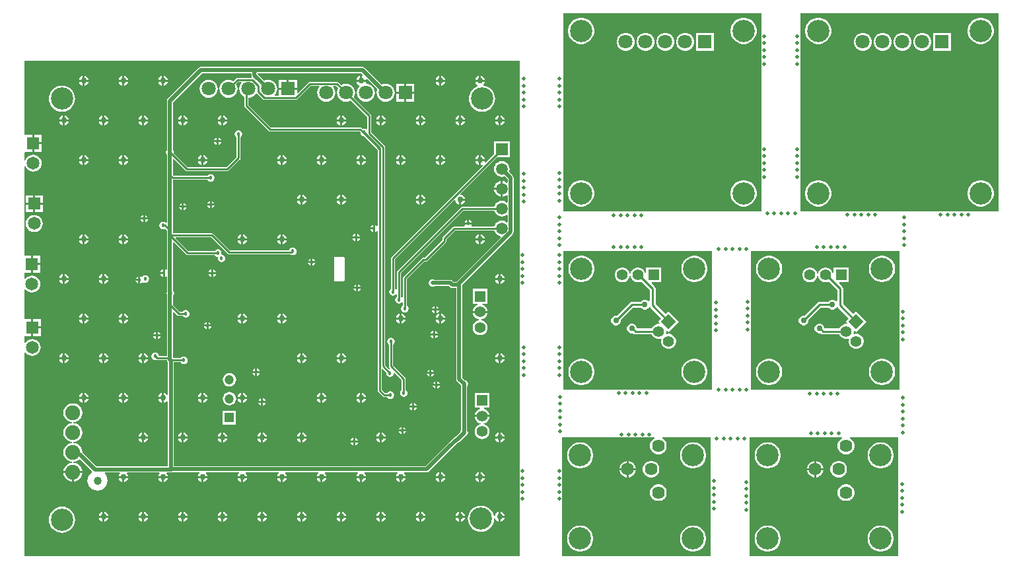
<source format=gbl>
G04*
G04 #@! TF.GenerationSoftware,Altium Limited,Altium Designer,21.5.1 (32)*
G04*
G04 Layer_Physical_Order=2*
G04 Layer_Color=16711680*
%FSLAX25Y25*%
%MOIN*%
G70*
G04*
G04 #@! TF.SameCoordinates,3A1198FE-CC6F-45F1-A000-1D614036FB2E*
G04*
G04*
G04 #@! TF.FilePolarity,Positive*
G04*
G01*
G75*
%ADD13C,0.01000*%
%ADD30C,0.02000*%
%ADD31C,0.02000*%
%ADD32C,0.06378*%
%ADD33C,0.11200*%
%ADD34C,0.03000*%
%ADD35C,0.07087*%
%ADD36R,0.07087X0.07087*%
%ADD37R,0.05512X0.05512*%
%ADD38C,0.05512*%
%ADD39C,0.05512*%
%ADD40P,0.07795X4X360.0*%
%ADD41R,0.05512X0.05512*%
%ADD42R,0.06496X0.06496*%
%ADD43C,0.06496*%
%ADD44C,0.04047*%
%ADD45C,0.07500*%
%ADD46C,0.05906*%
%ADD47R,0.05906X0.05906*%
%ADD48R,0.04724X0.04724*%
%ADD49C,0.04724*%
%ADD50C,0.01800*%
G36*
X350000Y100000D02*
X100000D01*
Y202913D01*
X100500Y203083D01*
X100970Y202470D01*
X101858Y201789D01*
X102891Y201361D01*
X104000Y201215D01*
X105109Y201361D01*
X106142Y201789D01*
X107030Y202470D01*
X107711Y203358D01*
X108139Y204391D01*
X108285Y205500D01*
X108139Y206609D01*
X107711Y207642D01*
X107030Y208530D01*
X106142Y209211D01*
X105109Y209639D01*
X104000Y209785D01*
X102891Y209639D01*
X101858Y209211D01*
X100970Y208530D01*
X100500Y207917D01*
X100000Y208087D01*
Y211252D01*
X103500D01*
Y215500D01*
Y219748D01*
X100000D01*
Y234703D01*
X100500Y234873D01*
X100809Y234470D01*
X101696Y233789D01*
X102730Y233361D01*
X103839Y233215D01*
X104948Y233361D01*
X105981Y233789D01*
X106868Y234470D01*
X107549Y235358D01*
X107977Y236391D01*
X108123Y237500D01*
X107977Y238609D01*
X107549Y239642D01*
X106868Y240530D01*
X105981Y241211D01*
X104948Y241639D01*
X103839Y241785D01*
X102730Y241639D01*
X101696Y241211D01*
X100809Y240530D01*
X100500Y240127D01*
X100000Y240297D01*
Y243252D01*
X103339D01*
Y247500D01*
Y251748D01*
X100000D01*
Y296957D01*
X100500Y297056D01*
X100789Y296358D01*
X101470Y295470D01*
X102358Y294789D01*
X103391Y294361D01*
X104500Y294215D01*
X105609Y294361D01*
X106642Y294789D01*
X107530Y295470D01*
X108211Y296358D01*
X108639Y297391D01*
X108785Y298500D01*
X108639Y299609D01*
X108211Y300642D01*
X107530Y301530D01*
X106642Y302211D01*
X105609Y302639D01*
X104500Y302785D01*
X103391Y302639D01*
X102358Y302211D01*
X101470Y301530D01*
X100789Y300642D01*
X100500Y299944D01*
X100000Y300043D01*
Y303856D01*
X100252Y304252D01*
X100500Y304252D01*
X104000D01*
Y308500D01*
Y312748D01*
X100500D01*
X100252Y312748D01*
X100000Y313144D01*
Y350000D01*
X350000D01*
Y100000D01*
D02*
G37*
G36*
X591685Y274185D02*
X491685D01*
Y374185D01*
X591685D01*
Y274185D01*
D02*
G37*
G36*
X472000D02*
X372000D01*
Y374185D01*
X472000D01*
Y274185D01*
D02*
G37*
G36*
X541870Y184106D02*
X466870D01*
Y254106D01*
X541870D01*
Y184106D01*
D02*
G37*
G36*
X447185D02*
X372185D01*
Y254106D01*
X447185D01*
Y184106D01*
D02*
G37*
G36*
X541185Y100000D02*
X466185D01*
Y160000D01*
X512574D01*
X512709Y159500D01*
X512125Y159163D01*
X511345Y158383D01*
X510793Y157428D01*
X510508Y156362D01*
Y155260D01*
X510793Y154194D01*
X511345Y153239D01*
X512125Y152459D01*
X513080Y151908D01*
X514145Y151622D01*
X515248D01*
X516314Y151908D01*
X517269Y152459D01*
X518049Y153239D01*
X518600Y154194D01*
X518886Y155260D01*
Y156362D01*
X518600Y157428D01*
X518049Y158383D01*
X517269Y159163D01*
X516685Y159500D01*
X516819Y160000D01*
X541185D01*
Y100000D01*
D02*
G37*
G36*
X446500D02*
X371500D01*
Y160000D01*
X417889D01*
X418023Y159500D01*
X417440Y159163D01*
X416660Y158383D01*
X416108Y157428D01*
X415823Y156362D01*
Y155260D01*
X416108Y154194D01*
X416660Y153239D01*
X417440Y152459D01*
X418395Y151908D01*
X419460Y151622D01*
X420563D01*
X421629Y151908D01*
X422584Y152459D01*
X423364Y153239D01*
X423915Y154194D01*
X424201Y155260D01*
Y156362D01*
X423915Y157428D01*
X423364Y158383D01*
X422584Y159163D01*
X422000Y159500D01*
X422134Y160000D01*
X446500D01*
Y100000D01*
D02*
G37*
%LPC*%
G36*
X330500Y342449D02*
Y340500D01*
X332450D01*
X332355Y340975D01*
X331802Y341802D01*
X330976Y342355D01*
X330500Y342449D01*
D02*
G37*
G36*
X329500D02*
X329025Y342355D01*
X328198Y341802D01*
X327645Y340975D01*
X327551Y340500D01*
X329500D01*
Y342449D01*
D02*
G37*
G36*
X310500D02*
Y340500D01*
X312450D01*
X312355Y340975D01*
X311802Y341802D01*
X310976Y342355D01*
X310500Y342449D01*
D02*
G37*
G36*
X309500D02*
X309025Y342355D01*
X308198Y341802D01*
X307645Y340975D01*
X307551Y340500D01*
X309500D01*
Y342449D01*
D02*
G37*
G36*
X269500D02*
X269024Y342355D01*
X268198Y341802D01*
X267645Y340975D01*
X267550Y340500D01*
X269500D01*
Y342449D01*
D02*
G37*
G36*
X170500D02*
Y340500D01*
X172450D01*
X172355Y340975D01*
X171802Y341802D01*
X170975Y342355D01*
X170500Y342449D01*
D02*
G37*
G36*
X169500D02*
X169025Y342355D01*
X168198Y341802D01*
X167645Y340975D01*
X167551Y340500D01*
X169500D01*
Y342449D01*
D02*
G37*
G36*
X150500D02*
Y340500D01*
X152450D01*
X152355Y340975D01*
X151802Y341802D01*
X150976Y342355D01*
X150500Y342449D01*
D02*
G37*
G36*
X149500D02*
X149024Y342355D01*
X148198Y341802D01*
X147645Y340975D01*
X147550Y340500D01*
X149500D01*
Y342449D01*
D02*
G37*
G36*
X130500D02*
Y340500D01*
X132449D01*
X132355Y340975D01*
X131802Y341802D01*
X130975Y342355D01*
X130500Y342449D01*
D02*
G37*
G36*
X129500D02*
X129025Y342355D01*
X128198Y341802D01*
X127645Y340975D01*
X127550Y340500D01*
X129500D01*
Y342449D01*
D02*
G37*
G36*
X312450Y339500D02*
X310500D01*
Y337550D01*
X310976Y337645D01*
X311802Y338198D01*
X312355Y339024D01*
X312450Y339500D01*
D02*
G37*
G36*
X309500D02*
X307551D01*
X307645Y339024D01*
X308198Y338198D01*
X309025Y337645D01*
X309500Y337550D01*
Y339500D01*
D02*
G37*
G36*
X172450D02*
X170500D01*
Y337550D01*
X170975Y337645D01*
X171802Y338198D01*
X172355Y339024D01*
X172450Y339500D01*
D02*
G37*
G36*
X169500D02*
X167551D01*
X167645Y339024D01*
X168198Y338198D01*
X169025Y337645D01*
X169500Y337550D01*
Y339500D01*
D02*
G37*
G36*
X152450D02*
X150500D01*
Y337550D01*
X150976Y337645D01*
X151802Y338198D01*
X152355Y339024D01*
X152450Y339500D01*
D02*
G37*
G36*
X149500D02*
X147550D01*
X147645Y339024D01*
X148198Y338198D01*
X149024Y337645D01*
X149500Y337550D01*
Y339500D01*
D02*
G37*
G36*
X132449D02*
X130500D01*
Y337550D01*
X130975Y337645D01*
X131802Y338198D01*
X132355Y339024D01*
X132449Y339500D01*
D02*
G37*
G36*
X129500D02*
X127550D01*
X127645Y339024D01*
X128198Y338198D01*
X129025Y337645D01*
X129500Y337550D01*
Y339500D01*
D02*
G37*
G36*
X237543Y340543D02*
X233500D01*
Y336500D01*
X237543D01*
Y340543D01*
D02*
G37*
G36*
X232500D02*
X228457D01*
Y336500D01*
X232500D01*
Y340543D01*
D02*
G37*
G36*
X296857Y338543D02*
X292814D01*
Y334500D01*
X296857D01*
Y338543D01*
D02*
G37*
G36*
X291814D02*
X287771D01*
Y334500D01*
X291814D01*
Y338543D01*
D02*
G37*
G36*
X193000Y340582D02*
X191814Y340426D01*
X190709Y339969D01*
X189760Y339240D01*
X189031Y338291D01*
X188574Y337186D01*
X188417Y336000D01*
X188574Y334814D01*
X189031Y333709D01*
X189760Y332760D01*
X190709Y332031D01*
X191814Y331574D01*
X193000Y331417D01*
X194186Y331574D01*
X195291Y332031D01*
X196240Y332760D01*
X196969Y333709D01*
X197426Y334814D01*
X197582Y336000D01*
X197426Y337186D01*
X196969Y338291D01*
X196240Y339240D01*
X195291Y339969D01*
X194186Y340426D01*
X193000Y340582D01*
D02*
G37*
G36*
X296857Y333500D02*
X292814D01*
Y329457D01*
X296857D01*
Y333500D01*
D02*
G37*
G36*
X291814D02*
X287771D01*
Y329457D01*
X291814D01*
Y333500D01*
D02*
G37*
G36*
X270657Y347029D02*
X189000D01*
X188415Y346913D01*
X187919Y346581D01*
X172340Y331003D01*
X172009Y330507D01*
X171892Y329922D01*
Y305131D01*
X171632Y304741D01*
X171484Y304000D01*
X171632Y303259D01*
X171892Y302869D01*
Y292500D01*
Y268488D01*
X171392Y268337D01*
X171370Y268370D01*
X170741Y268790D01*
X170000Y268937D01*
X169259Y268790D01*
X168630Y268370D01*
X168210Y267741D01*
X168063Y267000D01*
X168210Y266259D01*
X168630Y265630D01*
X169259Y265210D01*
X170000Y265063D01*
X170741Y265210D01*
X171058Y265422D01*
X171892Y264587D01*
Y262000D01*
Y244956D01*
X171392Y244689D01*
X171241Y244790D01*
X171000Y244838D01*
Y243000D01*
Y241162D01*
X171241Y241210D01*
X171392Y241311D01*
X171892Y241044D01*
Y233426D01*
X171756Y232740D01*
X171892Y232054D01*
Y227000D01*
Y201020D01*
X167933D01*
X167790Y201741D01*
X167370Y202370D01*
X166741Y202790D01*
X166000Y202937D01*
X165259Y202790D01*
X164630Y202370D01*
X164210Y201741D01*
X164063Y201000D01*
X164210Y200259D01*
X164630Y199630D01*
X165259Y199210D01*
X166000Y199063D01*
X166464Y199155D01*
X166610Y199058D01*
X167000Y198980D01*
X171896D01*
X172009Y198415D01*
X172340Y197919D01*
X172430Y197858D01*
X172471Y197655D01*
Y181702D01*
X171971Y181551D01*
X171802Y181802D01*
X170975Y182355D01*
X170500Y182449D01*
Y180000D01*
Y177550D01*
X170975Y177645D01*
X171802Y178198D01*
X171971Y178449D01*
X172471Y178298D01*
Y145378D01*
X136285D01*
X129276Y152387D01*
X129291Y152500D01*
X129128Y153740D01*
X128649Y154895D01*
X127888Y155888D01*
X126895Y156649D01*
X125740Y157128D01*
X124828Y157248D01*
Y157752D01*
X125740Y157872D01*
X126895Y158351D01*
X127888Y159112D01*
X128649Y160105D01*
X129128Y161260D01*
X129291Y162500D01*
X129128Y163740D01*
X128649Y164895D01*
X127888Y165888D01*
X126895Y166649D01*
X125740Y167128D01*
X124828Y167248D01*
Y167752D01*
X125740Y167872D01*
X126895Y168351D01*
X127888Y169112D01*
X128649Y170105D01*
X129128Y171260D01*
X129291Y172500D01*
X129128Y173740D01*
X128649Y174896D01*
X127888Y175888D01*
X126895Y176649D01*
X125740Y177128D01*
X124500Y177291D01*
X123260Y177128D01*
X122105Y176649D01*
X121112Y175888D01*
X120351Y174896D01*
X119872Y173740D01*
X119709Y172500D01*
X119872Y171260D01*
X120351Y170105D01*
X121112Y169112D01*
X122105Y168351D01*
X123260Y167872D01*
X124172Y167752D01*
Y167248D01*
X123260Y167128D01*
X122105Y166649D01*
X121112Y165888D01*
X120351Y164895D01*
X119872Y163740D01*
X119709Y162500D01*
X119872Y161260D01*
X120351Y160105D01*
X121112Y159112D01*
X122105Y158351D01*
X123260Y157872D01*
X124172Y157752D01*
Y157248D01*
X123260Y157128D01*
X122105Y156649D01*
X121112Y155888D01*
X120351Y154895D01*
X119872Y153740D01*
X119709Y152500D01*
X119872Y151260D01*
X120351Y150104D01*
X121112Y149112D01*
X122105Y148351D01*
X123260Y147872D01*
X124172Y147752D01*
Y147248D01*
X123260Y147128D01*
X122105Y146649D01*
X121112Y145888D01*
X120351Y144896D01*
X119872Y143740D01*
X119775Y143000D01*
X124500D01*
X129225D01*
X129128Y143740D01*
X128649Y144896D01*
X127888Y145888D01*
X126895Y146649D01*
X125740Y147128D01*
X124828Y147248D01*
Y147752D01*
X125740Y147872D01*
X126895Y148351D01*
X127888Y149112D01*
X128204Y149133D01*
X134193Y143144D01*
X134109Y142521D01*
X133300Y141900D01*
X132491Y140846D01*
X131982Y139617D01*
X131809Y138299D01*
X131982Y136981D01*
X132491Y135753D01*
X133300Y134698D01*
X134355Y133889D01*
X135583Y133380D01*
X136902Y133206D01*
X138220Y133380D01*
X139448Y133889D01*
X140503Y134698D01*
X141312Y135753D01*
X141821Y136981D01*
X141994Y138299D01*
X141821Y139617D01*
X141312Y140846D01*
X140565Y141819D01*
X140701Y142319D01*
X148110D01*
X148255Y141841D01*
X148198Y141802D01*
X147645Y140975D01*
X147550Y140500D01*
X152450D01*
X152355Y140975D01*
X151802Y141802D01*
X151745Y141841D01*
X151890Y142319D01*
X168110D01*
X168255Y141841D01*
X168198Y141802D01*
X167645Y140975D01*
X167551Y140500D01*
X172450D01*
X172355Y140975D01*
X171802Y141802D01*
X171745Y141841D01*
X171890Y142319D01*
X174348D01*
X174934Y142436D01*
X174986Y142471D01*
X188298D01*
X188449Y141971D01*
X188198Y141802D01*
X187645Y140975D01*
X187550Y140500D01*
X192449D01*
X192355Y140975D01*
X191802Y141802D01*
X191551Y141971D01*
X191702Y142471D01*
X208298D01*
X208449Y141971D01*
X208198Y141802D01*
X207645Y140975D01*
X207551Y140500D01*
X212450D01*
X212355Y140975D01*
X211802Y141802D01*
X211551Y141971D01*
X211702Y142471D01*
X228298D01*
X228449Y141971D01*
X228198Y141802D01*
X227645Y140975D01*
X227551Y140500D01*
X232450D01*
X232355Y140975D01*
X231802Y141802D01*
X231551Y141971D01*
X231702Y142471D01*
X248298D01*
X248449Y141971D01*
X248198Y141802D01*
X247645Y140975D01*
X247551Y140500D01*
X252449D01*
X252355Y140975D01*
X251802Y141802D01*
X251551Y141971D01*
X251702Y142471D01*
X268298D01*
X268449Y141971D01*
X268198Y141802D01*
X267645Y140975D01*
X267550Y140500D01*
X272449D01*
X272355Y140975D01*
X271802Y141802D01*
X271551Y141971D01*
X271702Y142471D01*
X288298D01*
X288449Y141971D01*
X288198Y141802D01*
X287645Y140975D01*
X287550Y140500D01*
X292449D01*
X292355Y140975D01*
X291802Y141802D01*
X291551Y141971D01*
X291702Y142471D01*
X303000D01*
X303585Y142587D01*
X304081Y142919D01*
X315581Y154419D01*
X315581Y154419D01*
X318642Y157479D01*
X319060Y157562D01*
X319556Y157894D01*
X322232Y160569D01*
X322691Y160660D01*
X323320Y161080D01*
X323740Y161709D01*
X323887Y162450D01*
X323740Y163191D01*
X323529Y163506D01*
Y185869D01*
X323790Y186259D01*
X323937Y187000D01*
X323790Y187741D01*
X323370Y188370D01*
X322741Y188790D01*
X322282Y188881D01*
X321029Y190134D01*
Y237069D01*
X346534Y262574D01*
X346866Y263070D01*
X346982Y263656D01*
Y291047D01*
X346866Y291633D01*
X346534Y292129D01*
X344659Y294004D01*
X344851Y294468D01*
X344987Y295500D01*
X344851Y296532D01*
X344453Y297493D01*
X343819Y298319D01*
X342993Y298953D01*
X342032Y299351D01*
X341000Y299487D01*
X339968Y299351D01*
X339007Y298953D01*
X338181Y298319D01*
X337547Y297493D01*
X337149Y296532D01*
X337013Y295500D01*
X337149Y294468D01*
X337547Y293507D01*
X338181Y292681D01*
X339007Y292047D01*
X339968Y291649D01*
X341000Y291513D01*
X342032Y291649D01*
X342496Y291841D01*
X343923Y290414D01*
Y288869D01*
X343423Y288623D01*
X342993Y288953D01*
X342032Y289351D01*
X341500Y289421D01*
Y285500D01*
Y281579D01*
X342032Y281649D01*
X342993Y282047D01*
X343423Y282377D01*
X343923Y282131D01*
Y278869D01*
X343423Y278623D01*
X342993Y278953D01*
X342032Y279351D01*
X341000Y279487D01*
X339968Y279351D01*
X339007Y278953D01*
X338181Y278319D01*
X337547Y277493D01*
X337149Y276532D01*
X337147Y276520D01*
X321000D01*
X320610Y276442D01*
X320279Y276221D01*
X288279Y244221D01*
X288058Y243890D01*
X287980Y243500D01*
Y234856D01*
X287480Y234704D01*
X287370Y234870D01*
X287020Y235104D01*
Y250078D01*
X316989Y280048D01*
X317484Y279835D01*
X317645Y279025D01*
X318198Y278198D01*
X319024Y277645D01*
X319500Y277551D01*
Y280000D01*
X320000D01*
Y280500D01*
X322449D01*
X322355Y280976D01*
X321802Y281802D01*
X320975Y282355D01*
X320165Y282516D01*
X319952Y283011D01*
X338489Y301547D01*
X344953D01*
Y309453D01*
X337047D01*
Y302989D01*
X332702Y298644D01*
X332313Y298963D01*
X332355Y299025D01*
X332450Y299500D01*
X330500D01*
Y297551D01*
X330976Y297645D01*
X331037Y297687D01*
X331356Y297298D01*
X285279Y251221D01*
X285058Y250890D01*
X284980Y250500D01*
Y235104D01*
X284630Y234870D01*
X284210Y234241D01*
X284063Y233500D01*
X284210Y232759D01*
X284630Y232130D01*
X285259Y231710D01*
X286000Y231563D01*
X286741Y231710D01*
X287370Y232130D01*
X287480Y232296D01*
X287980Y232144D01*
Y231104D01*
X287630Y230870D01*
X287210Y230241D01*
X287063Y229500D01*
X287210Y228759D01*
X287630Y228130D01*
X288259Y227710D01*
X289000Y227563D01*
X289741Y227710D01*
X290370Y228130D01*
X290480Y228296D01*
X290980Y228144D01*
Y226604D01*
X290630Y226370D01*
X290210Y225741D01*
X290063Y225000D01*
X290210Y224259D01*
X290630Y223630D01*
X291259Y223210D01*
X292000Y223063D01*
X292741Y223210D01*
X293370Y223630D01*
X293790Y224259D01*
X293937Y225000D01*
X293790Y225741D01*
X293370Y226370D01*
X293020Y226604D01*
Y240078D01*
X301707Y248765D01*
X302616D01*
X303006Y248843D01*
X303337Y249063D01*
X312621Y258348D01*
X312842Y258679D01*
X312920Y259069D01*
Y259978D01*
X317422Y264480D01*
X337147D01*
X337149Y264468D01*
X337547Y263507D01*
X338181Y262681D01*
X339007Y262047D01*
X339968Y261649D01*
X340505Y261578D01*
X340685Y261050D01*
X318164Y238529D01*
X316634D01*
X316081Y239081D01*
X315585Y239413D01*
X315000Y239529D01*
X307131D01*
X306741Y239790D01*
X306000Y239937D01*
X305259Y239790D01*
X304630Y239370D01*
X304210Y238741D01*
X304063Y238000D01*
X304210Y237259D01*
X304630Y236630D01*
X305259Y236210D01*
X306000Y236063D01*
X306741Y236210D01*
X307131Y236471D01*
X314367D01*
X314919Y235919D01*
X315415Y235587D01*
X316000Y235471D01*
X317971D01*
Y189500D01*
X318087Y188915D01*
X318419Y188419D01*
X320119Y186718D01*
X320210Y186259D01*
X320471Y185869D01*
Y163656D01*
X320160Y163191D01*
X320069Y162732D01*
X317808Y160471D01*
X317390Y160388D01*
X316894Y160056D01*
X313419Y156581D01*
X313419Y156581D01*
X302366Y145529D01*
X175529D01*
Y197980D01*
X178896D01*
X179130Y197630D01*
X179759Y197210D01*
X180500Y197063D01*
X181241Y197210D01*
X181870Y197630D01*
X182290Y198259D01*
X182437Y199000D01*
X182290Y199741D01*
X181870Y200370D01*
X181241Y200790D01*
X180500Y200937D01*
X179759Y200790D01*
X179130Y200370D01*
X178896Y200020D01*
X175123D01*
X175081Y200081D01*
X174951Y200169D01*
Y223375D01*
X175413Y223567D01*
X177200Y221779D01*
X177531Y221558D01*
X177921Y221480D01*
X179896D01*
X180130Y221130D01*
X180759Y220710D01*
X181500Y220563D01*
X182241Y220710D01*
X182870Y221130D01*
X183290Y221759D01*
X183437Y222500D01*
X183290Y223241D01*
X182870Y223870D01*
X182241Y224290D01*
X181500Y224437D01*
X180759Y224290D01*
X180130Y223870D01*
X179896Y223520D01*
X178344D01*
X174951Y226912D01*
Y231296D01*
X175063Y231370D01*
X175483Y231999D01*
X175630Y232740D01*
X175483Y233482D01*
X175063Y234110D01*
X174951Y234185D01*
Y258375D01*
X175413Y258567D01*
X181630Y252349D01*
X181961Y252128D01*
X182351Y252051D01*
X195982D01*
X196216Y251701D01*
X196845Y251281D01*
X197586Y251133D01*
X197672Y251048D01*
X197563Y250500D01*
X197710Y249759D01*
X198130Y249130D01*
X198759Y248710D01*
X199500Y248563D01*
X200241Y248710D01*
X200870Y249130D01*
X201290Y249759D01*
X201437Y250500D01*
X201290Y251241D01*
X200870Y251870D01*
X200241Y252290D01*
X199500Y252437D01*
X199414Y252523D01*
X199523Y253070D01*
X199376Y253812D01*
X198956Y254440D01*
X198327Y254860D01*
X197586Y255008D01*
X196845Y254860D01*
X196216Y254440D01*
X195982Y254090D01*
X182773D01*
X176345Y260519D01*
X176536Y260980D01*
X194367D01*
X202569Y252779D01*
X202899Y252558D01*
X203290Y252480D01*
X234354D01*
X234759Y252210D01*
X235500Y252063D01*
X236241Y252210D01*
X236870Y252630D01*
X237290Y253259D01*
X237437Y254000D01*
X237290Y254741D01*
X236870Y255370D01*
X236241Y255790D01*
X235500Y255937D01*
X234759Y255790D01*
X234130Y255370D01*
X233710Y254741D01*
X233666Y254520D01*
X203712D01*
X195510Y262721D01*
X195180Y262942D01*
X194790Y263020D01*
X174951D01*
Y264500D01*
Y289980D01*
X192396D01*
X192630Y289630D01*
X193259Y289210D01*
X194000Y289063D01*
X194741Y289210D01*
X195370Y289630D01*
X195790Y290259D01*
X195937Y291000D01*
X195790Y291741D01*
X195370Y292370D01*
X194741Y292790D01*
X194000Y292937D01*
X193259Y292790D01*
X192630Y292370D01*
X192396Y292020D01*
X175344D01*
X174951Y292412D01*
Y300375D01*
X175413Y300567D01*
X181279Y294701D01*
X181610Y294479D01*
X182000Y294402D01*
X202421D01*
X202812Y294479D01*
X203142Y294701D01*
X208717Y300275D01*
X208938Y300605D01*
X209015Y300996D01*
Y311557D01*
X209365Y311791D01*
X209785Y312420D01*
X209933Y313161D01*
X209785Y313902D01*
X209365Y314531D01*
X208737Y314951D01*
X207996Y315098D01*
X207254Y314951D01*
X206626Y314531D01*
X206206Y313902D01*
X206058Y313161D01*
X206206Y312420D01*
X206626Y311791D01*
X206976Y311557D01*
Y301418D01*
X201999Y296441D01*
X182422D01*
X175277Y303587D01*
X175359Y304000D01*
X175211Y304741D01*
X174951Y305131D01*
Y329288D01*
X189634Y343971D01*
X214549D01*
Y342922D01*
X214666Y342336D01*
X214848Y342063D01*
X214581Y341563D01*
X207543D01*
X207153Y341485D01*
X206822Y341264D01*
X205424Y339866D01*
X205291Y339969D01*
X204186Y340426D01*
X203000Y340582D01*
X201814Y340426D01*
X200709Y339969D01*
X199760Y339240D01*
X199031Y338291D01*
X198574Y337186D01*
X198417Y336000D01*
X198574Y334814D01*
X199031Y333709D01*
X199760Y332760D01*
X200709Y332031D01*
X201814Y331574D01*
X203000Y331417D01*
X204186Y331574D01*
X205291Y332031D01*
X206240Y332760D01*
X206969Y333709D01*
X207426Y334814D01*
X207582Y336000D01*
X207426Y337186D01*
X206969Y338291D01*
X206866Y338424D01*
X207966Y339524D01*
X209347D01*
X209594Y339024D01*
X209031Y338291D01*
X208574Y337186D01*
X208418Y336000D01*
X208574Y334814D01*
X209031Y333709D01*
X209760Y332760D01*
X210709Y332031D01*
X210980Y331919D01*
Y327500D01*
X211058Y327110D01*
X211279Y326779D01*
X223279Y314779D01*
X223610Y314558D01*
X224000Y314480D01*
X269078D01*
X269564Y313994D01*
X269710Y313259D01*
X270130Y312630D01*
X270759Y312210D01*
X271494Y312064D01*
X278480Y305078D01*
Y266856D01*
X277980Y266704D01*
X277870Y266870D01*
X277241Y267290D01*
X277000Y267338D01*
Y265500D01*
Y263662D01*
X277241Y263710D01*
X277870Y264130D01*
X277980Y264296D01*
X278480Y264144D01*
Y183500D01*
X278558Y183110D01*
X278779Y182779D01*
X280896Y180662D01*
X281227Y180441D01*
X281617Y180363D01*
X283088D01*
X283322Y180013D01*
X283951Y179593D01*
X284692Y179446D01*
X285434Y179593D01*
X286062Y180013D01*
X286482Y180641D01*
X286629Y181383D01*
X286482Y182124D01*
X286062Y182753D01*
X285434Y183172D01*
X284692Y183320D01*
X283951Y183172D01*
X283322Y182753D01*
X283088Y182402D01*
X282040D01*
X280520Y183922D01*
Y194385D01*
X280981Y194577D01*
X282645Y192913D01*
X282563Y192500D01*
X282710Y191759D01*
X283130Y191130D01*
X283759Y190710D01*
X284500Y190563D01*
X285241Y190710D01*
X285870Y191130D01*
X286290Y191759D01*
X286423Y192428D01*
X286656Y192563D01*
X286919Y192639D01*
X290480Y189078D01*
Y184104D01*
X290130Y183870D01*
X289710Y183241D01*
X289563Y182500D01*
X289710Y181759D01*
X290130Y181130D01*
X290759Y180710D01*
X291500Y180563D01*
X292241Y180710D01*
X292870Y181130D01*
X293290Y181759D01*
X293437Y182500D01*
X293290Y183241D01*
X292870Y183870D01*
X292520Y184104D01*
Y189500D01*
X292442Y189890D01*
X292221Y190221D01*
X286020Y196422D01*
Y206896D01*
X286370Y207130D01*
X286790Y207759D01*
X286937Y208500D01*
X286790Y209241D01*
X286370Y209870D01*
X285741Y210290D01*
X285000Y210437D01*
X284259Y210290D01*
X283630Y209870D01*
X283210Y209241D01*
X283063Y208500D01*
X283210Y207759D01*
X283630Y207130D01*
X283980Y206896D01*
Y196000D01*
X284058Y195610D01*
X284279Y195279D01*
X284535Y195023D01*
X284364Y194533D01*
X283969Y194473D01*
X282020Y196422D01*
Y306621D01*
X281942Y307012D01*
X281721Y307342D01*
X275020Y314044D01*
Y322314D01*
X274942Y322704D01*
X274721Y323035D01*
X266180Y331576D01*
X266283Y331709D01*
X266740Y332814D01*
X266897Y334000D01*
X266740Y335186D01*
X266283Y336291D01*
X265554Y337240D01*
X264605Y337969D01*
X263500Y338426D01*
X262314Y338582D01*
X261128Y338426D01*
X260023Y337969D01*
X259890Y337866D01*
X258492Y339264D01*
X258161Y339485D01*
X257771Y339563D01*
X244044D01*
X243654Y339485D01*
X243323Y339264D01*
X238005Y333946D01*
X237543Y334138D01*
Y335500D01*
X233000D01*
X228457D01*
Y332476D01*
X226653D01*
X226407Y332976D01*
X226969Y333709D01*
X227426Y334814D01*
X227583Y336000D01*
X227426Y337186D01*
X226969Y338291D01*
X226240Y339240D01*
X225291Y339969D01*
X224186Y340426D01*
X223000Y340582D01*
X221814Y340426D01*
X221052Y340111D01*
X217692Y343471D01*
X217812Y343971D01*
X270023D01*
X271040Y342954D01*
X271024Y342853D01*
X270500Y342488D01*
Y340500D01*
X272488D01*
X272853Y341024D01*
X272954Y341040D01*
X278157Y335837D01*
X277888Y335186D01*
X277731Y334000D01*
X277888Y332814D01*
X278345Y331709D01*
X279074Y330760D01*
X280023Y330031D01*
X281128Y329574D01*
X282314Y329417D01*
X283500Y329574D01*
X284605Y330031D01*
X285554Y330760D01*
X286283Y331709D01*
X286740Y332814D01*
X286896Y334000D01*
X286740Y335186D01*
X286283Y336291D01*
X285554Y337240D01*
X284605Y337969D01*
X283500Y338426D01*
X282314Y338582D01*
X281128Y338426D01*
X280255Y338065D01*
X271738Y346581D01*
X271242Y346913D01*
X270657Y347029D01*
D02*
G37*
G36*
X272449Y339500D02*
X267550D01*
X267645Y339024D01*
X268198Y338198D01*
X268894Y337733D01*
X268971Y337522D01*
X269005Y337292D01*
X268997Y337141D01*
X268345Y336291D01*
X267888Y335186D01*
X267731Y334000D01*
X267888Y332814D01*
X268345Y331709D01*
X269074Y330760D01*
X270023Y330031D01*
X271128Y329574D01*
X272314Y329417D01*
X273500Y329574D01*
X274605Y330031D01*
X275554Y330760D01*
X276283Y331709D01*
X276740Y332814D01*
X276897Y334000D01*
X276740Y335186D01*
X276283Y336291D01*
X275554Y337240D01*
X274605Y337969D01*
X273500Y338426D01*
X272633Y338541D01*
X272375Y338989D01*
X272365Y339074D01*
X272449Y339500D01*
D02*
G37*
G36*
X332450D02*
X327551D01*
X327645Y339024D01*
X328198Y338198D01*
X328844Y337766D01*
X328778Y337223D01*
X328462Y337127D01*
X327315Y336514D01*
X326310Y335689D01*
X325486Y334684D01*
X324873Y333538D01*
X324496Y332294D01*
X324368Y331000D01*
X324496Y329706D01*
X324873Y328462D01*
X325486Y327315D01*
X326310Y326310D01*
X327315Y325486D01*
X328462Y324873D01*
X329706Y324496D01*
X331000Y324368D01*
X332294Y324496D01*
X333538Y324873D01*
X334684Y325486D01*
X335689Y326310D01*
X336514Y327315D01*
X337127Y328462D01*
X337505Y329706D01*
X337632Y331000D01*
X337505Y332294D01*
X337127Y333538D01*
X336514Y334684D01*
X335689Y335689D01*
X334684Y336514D01*
X333538Y337127D01*
X332294Y337505D01*
X331746Y337559D01*
X331617Y338074D01*
X331802Y338198D01*
X332355Y339024D01*
X332450Y339500D01*
D02*
G37*
G36*
X119000Y337632D02*
X117706Y337505D01*
X116462Y337127D01*
X115315Y336514D01*
X114311Y335689D01*
X113486Y334684D01*
X112873Y333538D01*
X112496Y332294D01*
X112368Y331000D01*
X112496Y329706D01*
X112873Y328462D01*
X113486Y327315D01*
X114311Y326310D01*
X115315Y325486D01*
X116462Y324873D01*
X117706Y324496D01*
X119000Y324368D01*
X120294Y324496D01*
X121538Y324873D01*
X122685Y325486D01*
X123689Y326310D01*
X124514Y327315D01*
X125127Y328462D01*
X125505Y329706D01*
X125632Y331000D01*
X125505Y332294D01*
X125127Y333538D01*
X124514Y334684D01*
X123689Y335689D01*
X122685Y336514D01*
X121538Y337127D01*
X120294Y337505D01*
X119000Y337632D01*
D02*
G37*
G36*
X340500Y322449D02*
Y320500D01*
X342449D01*
X342355Y320975D01*
X341802Y321802D01*
X340975Y322355D01*
X340500Y322449D01*
D02*
G37*
G36*
X339500D02*
X339024Y322355D01*
X338198Y321802D01*
X337645Y320975D01*
X337550Y320500D01*
X339500D01*
Y322449D01*
D02*
G37*
G36*
X320500D02*
Y320500D01*
X322449D01*
X322355Y320975D01*
X321802Y321802D01*
X320975Y322355D01*
X320500Y322449D01*
D02*
G37*
G36*
X319500D02*
X319024Y322355D01*
X318198Y321802D01*
X317645Y320975D01*
X317550Y320500D01*
X319500D01*
Y322449D01*
D02*
G37*
G36*
X300500D02*
Y320500D01*
X302449D01*
X302355Y320975D01*
X301802Y321802D01*
X300975Y322355D01*
X300500Y322449D01*
D02*
G37*
G36*
X299500D02*
X299025Y322355D01*
X298198Y321802D01*
X297645Y320975D01*
X297551Y320500D01*
X299500D01*
Y322449D01*
D02*
G37*
G36*
X280500D02*
Y320500D01*
X282450D01*
X282355Y320975D01*
X281802Y321802D01*
X280976Y322355D01*
X280500Y322449D01*
D02*
G37*
G36*
X279500D02*
X279025Y322355D01*
X278198Y321802D01*
X277645Y320975D01*
X277551Y320500D01*
X279500D01*
Y322449D01*
D02*
G37*
G36*
X200500D02*
Y320500D01*
X202449D01*
X202355Y320975D01*
X201802Y321802D01*
X200975Y322355D01*
X200500Y322449D01*
D02*
G37*
G36*
X199500D02*
X199024Y322355D01*
X198198Y321802D01*
X197645Y320975D01*
X197550Y320500D01*
X199500D01*
Y322449D01*
D02*
G37*
G36*
X180500D02*
Y320500D01*
X182449D01*
X182355Y320975D01*
X181802Y321802D01*
X180975Y322355D01*
X180500Y322449D01*
D02*
G37*
G36*
X179500D02*
X179025Y322355D01*
X178198Y321802D01*
X177645Y320975D01*
X177550Y320500D01*
X179500D01*
Y322449D01*
D02*
G37*
G36*
X160500D02*
Y320500D01*
X162450D01*
X162355Y320975D01*
X161802Y321802D01*
X160976Y322355D01*
X160500Y322449D01*
D02*
G37*
G36*
X159500D02*
X159025Y322355D01*
X158198Y321802D01*
X157645Y320975D01*
X157551Y320500D01*
X159500D01*
Y322449D01*
D02*
G37*
G36*
X140500D02*
Y320500D01*
X142449D01*
X142355Y320975D01*
X141802Y321802D01*
X140975Y322355D01*
X140500Y322449D01*
D02*
G37*
G36*
X139500D02*
X139024Y322355D01*
X138198Y321802D01*
X137645Y320975D01*
X137550Y320500D01*
X139500D01*
Y322449D01*
D02*
G37*
G36*
X120500D02*
Y320500D01*
X122450D01*
X122355Y320975D01*
X121802Y321802D01*
X120975Y322355D01*
X120500Y322449D01*
D02*
G37*
G36*
X119500D02*
X119025Y322355D01*
X118198Y321802D01*
X117645Y320975D01*
X117551Y320500D01*
X119500D01*
Y322449D01*
D02*
G37*
G36*
X342449Y319500D02*
X340500D01*
Y317550D01*
X340975Y317645D01*
X341802Y318198D01*
X342355Y319024D01*
X342449Y319500D01*
D02*
G37*
G36*
X339500D02*
X337550D01*
X337645Y319024D01*
X338198Y318198D01*
X339024Y317645D01*
X339500Y317550D01*
Y319500D01*
D02*
G37*
G36*
X322449D02*
X320500D01*
Y317550D01*
X320975Y317645D01*
X321802Y318198D01*
X322355Y319024D01*
X322449Y319500D01*
D02*
G37*
G36*
X319500D02*
X317550D01*
X317645Y319024D01*
X318198Y318198D01*
X319024Y317645D01*
X319500Y317550D01*
Y319500D01*
D02*
G37*
G36*
X302449D02*
X300500D01*
Y317550D01*
X300975Y317645D01*
X301802Y318198D01*
X302355Y319024D01*
X302449Y319500D01*
D02*
G37*
G36*
X299500D02*
X297551D01*
X297645Y319024D01*
X298198Y318198D01*
X299025Y317645D01*
X299500Y317550D01*
Y319500D01*
D02*
G37*
G36*
X282450D02*
X280500D01*
Y317550D01*
X280976Y317645D01*
X281802Y318198D01*
X282355Y319024D01*
X282450Y319500D01*
D02*
G37*
G36*
X279500D02*
X277551D01*
X277645Y319024D01*
X278198Y318198D01*
X279025Y317645D01*
X279500Y317550D01*
Y319500D01*
D02*
G37*
G36*
X202449D02*
X200500D01*
Y317550D01*
X200975Y317645D01*
X201802Y318198D01*
X202355Y319024D01*
X202449Y319500D01*
D02*
G37*
G36*
X199500D02*
X197550D01*
X197645Y319024D01*
X198198Y318198D01*
X199024Y317645D01*
X199500Y317550D01*
Y319500D01*
D02*
G37*
G36*
X182449D02*
X180500D01*
Y317550D01*
X180975Y317645D01*
X181802Y318198D01*
X182355Y319024D01*
X182449Y319500D01*
D02*
G37*
G36*
X179500D02*
X177550D01*
X177645Y319024D01*
X178198Y318198D01*
X179025Y317645D01*
X179500Y317550D01*
Y319500D01*
D02*
G37*
G36*
X162450D02*
X160500D01*
Y317550D01*
X160976Y317645D01*
X161802Y318198D01*
X162355Y319024D01*
X162450Y319500D01*
D02*
G37*
G36*
X159500D02*
X157551D01*
X157645Y319024D01*
X158198Y318198D01*
X159025Y317645D01*
X159500Y317550D01*
Y319500D01*
D02*
G37*
G36*
X142449D02*
X140500D01*
Y317550D01*
X140975Y317645D01*
X141802Y318198D01*
X142355Y319024D01*
X142449Y319500D01*
D02*
G37*
G36*
X139500D02*
X137550D01*
X137645Y319024D01*
X138198Y318198D01*
X139024Y317645D01*
X139500Y317550D01*
Y319500D01*
D02*
G37*
G36*
X122450D02*
X120500D01*
Y317550D01*
X120975Y317645D01*
X121802Y318198D01*
X122355Y319024D01*
X122450Y319500D01*
D02*
G37*
G36*
X119500D02*
X117551D01*
X117645Y319024D01*
X118198Y318198D01*
X119025Y317645D01*
X119500Y317550D01*
Y319500D01*
D02*
G37*
G36*
X198031Y311338D02*
Y310000D01*
X199369D01*
X199321Y310241D01*
X198901Y310870D01*
X198273Y311290D01*
X198031Y311338D01*
D02*
G37*
G36*
X197031D02*
X196790Y311290D01*
X196162Y310870D01*
X195742Y310241D01*
X195694Y310000D01*
X197031D01*
Y311338D01*
D02*
G37*
G36*
X105000Y312748D02*
Y309000D01*
X108748D01*
Y312748D01*
X105000D01*
D02*
G37*
G36*
X199369Y309000D02*
X198031D01*
Y307662D01*
X198273Y307710D01*
X198901Y308130D01*
X199321Y308759D01*
X199369Y309000D01*
D02*
G37*
G36*
X197031D02*
X195694D01*
X195742Y308759D01*
X196162Y308130D01*
X196790Y307710D01*
X197031Y307662D01*
Y309000D01*
D02*
G37*
G36*
X108748Y308000D02*
X105000D01*
Y304252D01*
X108748D01*
Y308000D01*
D02*
G37*
G36*
X330500Y302449D02*
Y300500D01*
X332450D01*
X332355Y300975D01*
X331802Y301802D01*
X330976Y302355D01*
X330500Y302449D01*
D02*
G37*
G36*
X329500D02*
X329025Y302355D01*
X328198Y301802D01*
X327645Y300975D01*
X327551Y300500D01*
X329500D01*
Y302449D01*
D02*
G37*
G36*
X310500D02*
Y300500D01*
X312450D01*
X312355Y300975D01*
X311802Y301802D01*
X310976Y302355D01*
X310500Y302449D01*
D02*
G37*
G36*
X309500D02*
X309025Y302355D01*
X308198Y301802D01*
X307645Y300975D01*
X307551Y300500D01*
X309500D01*
Y302449D01*
D02*
G37*
G36*
X290500D02*
Y300500D01*
X292449D01*
X292355Y300975D01*
X291802Y301802D01*
X290975Y302355D01*
X290500Y302449D01*
D02*
G37*
G36*
X289500D02*
X289024Y302355D01*
X288198Y301802D01*
X287645Y300975D01*
X287550Y300500D01*
X289500D01*
Y302449D01*
D02*
G37*
G36*
X270500D02*
Y300500D01*
X272449D01*
X272355Y300975D01*
X271802Y301802D01*
X270975Y302355D01*
X270500Y302449D01*
D02*
G37*
G36*
X269500D02*
X269024Y302355D01*
X268198Y301802D01*
X267645Y300975D01*
X267550Y300500D01*
X269500D01*
Y302449D01*
D02*
G37*
G36*
X250500D02*
Y300500D01*
X252449D01*
X252355Y300975D01*
X251802Y301802D01*
X250975Y302355D01*
X250500Y302449D01*
D02*
G37*
G36*
X249500D02*
X249025Y302355D01*
X248198Y301802D01*
X247645Y300975D01*
X247551Y300500D01*
X249500D01*
Y302449D01*
D02*
G37*
G36*
X230500D02*
Y300500D01*
X232450D01*
X232355Y300975D01*
X231802Y301802D01*
X230976Y302355D01*
X230500Y302449D01*
D02*
G37*
G36*
X229500D02*
X229025Y302355D01*
X228198Y301802D01*
X227645Y300975D01*
X227551Y300500D01*
X229500D01*
Y302449D01*
D02*
G37*
G36*
X190500D02*
Y300500D01*
X192449D01*
X192355Y300975D01*
X191802Y301802D01*
X190975Y302355D01*
X190500Y302449D01*
D02*
G37*
G36*
X189500D02*
X189024Y302355D01*
X188198Y301802D01*
X187645Y300975D01*
X187550Y300500D01*
X189500D01*
Y302449D01*
D02*
G37*
G36*
X150500D02*
Y300500D01*
X152450D01*
X152355Y300975D01*
X151802Y301802D01*
X150976Y302355D01*
X150500Y302449D01*
D02*
G37*
G36*
X149500D02*
X149024Y302355D01*
X148198Y301802D01*
X147645Y300975D01*
X147550Y300500D01*
X149500D01*
Y302449D01*
D02*
G37*
G36*
X130500D02*
Y300500D01*
X132449D01*
X132355Y300975D01*
X131802Y301802D01*
X130975Y302355D01*
X130500Y302449D01*
D02*
G37*
G36*
X129500D02*
X129025Y302355D01*
X128198Y301802D01*
X127645Y300975D01*
X127550Y300500D01*
X129500D01*
Y302449D01*
D02*
G37*
G36*
X329500Y299500D02*
X327551D01*
X327645Y299025D01*
X328198Y298198D01*
X329025Y297645D01*
X329500Y297551D01*
Y299500D01*
D02*
G37*
G36*
X312450D02*
X310500D01*
Y297551D01*
X310976Y297645D01*
X311802Y298198D01*
X312355Y299025D01*
X312450Y299500D01*
D02*
G37*
G36*
X309500D02*
X307551D01*
X307645Y299025D01*
X308198Y298198D01*
X309025Y297645D01*
X309500Y297551D01*
Y299500D01*
D02*
G37*
G36*
X292449D02*
X290500D01*
Y297551D01*
X290975Y297645D01*
X291802Y298198D01*
X292355Y299025D01*
X292449Y299500D01*
D02*
G37*
G36*
X289500D02*
X287550D01*
X287645Y299025D01*
X288198Y298198D01*
X289024Y297645D01*
X289500Y297551D01*
Y299500D01*
D02*
G37*
G36*
X272449D02*
X270500D01*
Y297551D01*
X270975Y297645D01*
X271802Y298198D01*
X272355Y299025D01*
X272449Y299500D01*
D02*
G37*
G36*
X269500D02*
X267550D01*
X267645Y299025D01*
X268198Y298198D01*
X269024Y297645D01*
X269500Y297551D01*
Y299500D01*
D02*
G37*
G36*
X252449D02*
X250500D01*
Y297551D01*
X250975Y297645D01*
X251802Y298198D01*
X252355Y299025D01*
X252449Y299500D01*
D02*
G37*
G36*
X249500D02*
X247551D01*
X247645Y299025D01*
X248198Y298198D01*
X249025Y297645D01*
X249500Y297551D01*
Y299500D01*
D02*
G37*
G36*
X232450D02*
X230500D01*
Y297551D01*
X230976Y297645D01*
X231802Y298198D01*
X232355Y299025D01*
X232450Y299500D01*
D02*
G37*
G36*
X229500D02*
X227551D01*
X227645Y299025D01*
X228198Y298198D01*
X229025Y297645D01*
X229500Y297551D01*
Y299500D01*
D02*
G37*
G36*
X192449D02*
X190500D01*
Y297551D01*
X190975Y297645D01*
X191802Y298198D01*
X192355Y299025D01*
X192449Y299500D01*
D02*
G37*
G36*
X189500D02*
X187550D01*
X187645Y299025D01*
X188198Y298198D01*
X189024Y297645D01*
X189500Y297551D01*
Y299500D01*
D02*
G37*
G36*
X152450D02*
X150500D01*
Y297551D01*
X150976Y297645D01*
X151802Y298198D01*
X152355Y299025D01*
X152450Y299500D01*
D02*
G37*
G36*
X149500D02*
X147550D01*
X147645Y299025D01*
X148198Y298198D01*
X149024Y297645D01*
X149500Y297551D01*
Y299500D01*
D02*
G37*
G36*
X132449D02*
X130500D01*
Y297551D01*
X130975Y297645D01*
X131802Y298198D01*
X132355Y299025D01*
X132449Y299500D01*
D02*
G37*
G36*
X129500D02*
X127550D01*
X127645Y299025D01*
X128198Y298198D01*
X129025Y297645D01*
X129500Y297551D01*
Y299500D01*
D02*
G37*
G36*
X340500Y289421D02*
X339968Y289351D01*
X339007Y288953D01*
X338181Y288319D01*
X337547Y287493D01*
X337149Y286532D01*
X337079Y286000D01*
X340500D01*
Y289421D01*
D02*
G37*
G36*
Y285000D02*
X337079D01*
X337149Y284468D01*
X337547Y283507D01*
X338181Y282681D01*
X339007Y282047D01*
X339968Y281649D01*
X340500Y281579D01*
Y285000D01*
D02*
G37*
G36*
X300500Y282450D02*
Y280500D01*
X302449D01*
X302355Y280976D01*
X301802Y281802D01*
X300975Y282355D01*
X300500Y282450D01*
D02*
G37*
G36*
X299500D02*
X299025Y282355D01*
X298198Y281802D01*
X297645Y280976D01*
X297551Y280500D01*
X299500D01*
Y282450D01*
D02*
G37*
G36*
X260500D02*
Y280500D01*
X262450D01*
X262355Y280976D01*
X261802Y281802D01*
X260976Y282355D01*
X260500Y282450D01*
D02*
G37*
G36*
X259500D02*
X259025Y282355D01*
X258198Y281802D01*
X257645Y280976D01*
X257551Y280500D01*
X259500D01*
Y282450D01*
D02*
G37*
G36*
X240500D02*
Y280500D01*
X242449D01*
X242355Y280976D01*
X241802Y281802D01*
X240975Y282355D01*
X240500Y282450D01*
D02*
G37*
G36*
X239500D02*
X239024Y282355D01*
X238198Y281802D01*
X237645Y280976D01*
X237550Y280500D01*
X239500D01*
Y282450D01*
D02*
G37*
G36*
X109248Y282248D02*
X105500D01*
Y278500D01*
X109248D01*
Y282248D01*
D02*
G37*
G36*
X104500D02*
X100752D01*
Y278500D01*
X104500D01*
Y282248D01*
D02*
G37*
G36*
X194567Y279338D02*
Y278000D01*
X195905D01*
X195857Y278241D01*
X195437Y278870D01*
X194808Y279290D01*
X194567Y279338D01*
D02*
G37*
G36*
X193567D02*
X193326Y279290D01*
X192697Y278870D01*
X192277Y278241D01*
X192229Y278000D01*
X193567D01*
Y279338D01*
D02*
G37*
G36*
X322449Y279500D02*
X320500D01*
Y277551D01*
X320975Y277645D01*
X321802Y278198D01*
X322355Y279025D01*
X322449Y279500D01*
D02*
G37*
G36*
X302449D02*
X300500D01*
Y277551D01*
X300975Y277645D01*
X301802Y278198D01*
X302355Y279025D01*
X302449Y279500D01*
D02*
G37*
G36*
X299500D02*
X297551D01*
X297645Y279025D01*
X298198Y278198D01*
X299025Y277645D01*
X299500Y277551D01*
Y279500D01*
D02*
G37*
G36*
X262450D02*
X260500D01*
Y277551D01*
X260976Y277645D01*
X261802Y278198D01*
X262355Y279025D01*
X262450Y279500D01*
D02*
G37*
G36*
X259500D02*
X257551D01*
X257645Y279025D01*
X258198Y278198D01*
X259025Y277645D01*
X259500Y277551D01*
Y279500D01*
D02*
G37*
G36*
X242449D02*
X240500D01*
Y277551D01*
X240975Y277645D01*
X241802Y278198D01*
X242355Y279025D01*
X242449Y279500D01*
D02*
G37*
G36*
X239500D02*
X237550D01*
X237645Y279025D01*
X238198Y278198D01*
X239024Y277645D01*
X239500Y277551D01*
Y279500D01*
D02*
G37*
G36*
X180500Y278338D02*
Y277000D01*
X181838D01*
X181790Y277241D01*
X181370Y277870D01*
X180741Y278290D01*
X180500Y278338D01*
D02*
G37*
G36*
X179500D02*
X179259Y278290D01*
X178630Y277870D01*
X178210Y277241D01*
X178162Y277000D01*
X179500D01*
Y278338D01*
D02*
G37*
G36*
X195905Y277000D02*
X194567D01*
Y275662D01*
X194808Y275710D01*
X195437Y276130D01*
X195857Y276759D01*
X195905Y277000D01*
D02*
G37*
G36*
X193567D02*
X192229D01*
X192277Y276759D01*
X192697Y276130D01*
X193326Y275710D01*
X193567Y275662D01*
Y277000D01*
D02*
G37*
G36*
X181838Y276000D02*
X180500D01*
Y274662D01*
X180741Y274710D01*
X181370Y275130D01*
X181790Y275759D01*
X181838Y276000D01*
D02*
G37*
G36*
X179500D02*
X178162D01*
X178210Y275759D01*
X178630Y275130D01*
X179259Y274710D01*
X179500Y274662D01*
Y276000D01*
D02*
G37*
G36*
X109248Y277500D02*
X105500D01*
Y273752D01*
X109248D01*
Y277500D01*
D02*
G37*
G36*
X104500D02*
X100752D01*
Y273752D01*
X104500D01*
Y277500D01*
D02*
G37*
G36*
X161000Y272338D02*
Y271000D01*
X162338D01*
X162290Y271241D01*
X161870Y271870D01*
X161241Y272290D01*
X161000Y272338D01*
D02*
G37*
G36*
X160000D02*
X159759Y272290D01*
X159130Y271870D01*
X158710Y271241D01*
X158662Y271000D01*
X160000D01*
Y272338D01*
D02*
G37*
G36*
X162338Y270000D02*
X161000D01*
Y268662D01*
X161241Y268710D01*
X161870Y269130D01*
X162290Y269759D01*
X162338Y270000D01*
D02*
G37*
G36*
X160000D02*
X158662D01*
X158710Y269759D01*
X159130Y269130D01*
X159759Y268710D01*
X160000Y268662D01*
Y270000D01*
D02*
G37*
G36*
X276000Y267338D02*
X275759Y267290D01*
X275130Y266870D01*
X274710Y266241D01*
X274662Y266000D01*
X276000D01*
Y267338D01*
D02*
G37*
G36*
X105000Y272285D02*
X103891Y272139D01*
X102858Y271711D01*
X101970Y271030D01*
X101289Y270142D01*
X100861Y269109D01*
X100715Y268000D01*
X100861Y266891D01*
X101289Y265858D01*
X101970Y264970D01*
X102858Y264289D01*
X103891Y263861D01*
X105000Y263715D01*
X106109Y263861D01*
X107142Y264289D01*
X108030Y264970D01*
X108711Y265858D01*
X109139Y266891D01*
X109285Y268000D01*
X109139Y269109D01*
X108711Y270142D01*
X108030Y271030D01*
X107142Y271711D01*
X106109Y272139D01*
X105000Y272285D01*
D02*
G37*
G36*
X276000Y265000D02*
X274662D01*
X274710Y264759D01*
X275130Y264130D01*
X275759Y263710D01*
X276000Y263662D01*
Y265000D01*
D02*
G37*
G36*
X268000Y262838D02*
Y261500D01*
X269338D01*
X269290Y261741D01*
X268870Y262370D01*
X268241Y262790D01*
X268000Y262838D01*
D02*
G37*
G36*
X267000D02*
X266759Y262790D01*
X266130Y262370D01*
X265710Y261741D01*
X265662Y261500D01*
X267000D01*
Y262838D01*
D02*
G37*
G36*
X330500Y262450D02*
Y260500D01*
X332450D01*
X332355Y260976D01*
X331802Y261802D01*
X330976Y262355D01*
X330500Y262450D01*
D02*
G37*
G36*
X329500D02*
X329025Y262355D01*
X328198Y261802D01*
X327645Y260976D01*
X327551Y260500D01*
X329500D01*
Y262450D01*
D02*
G37*
G36*
X230500D02*
Y260500D01*
X232450D01*
X232355Y260976D01*
X231802Y261802D01*
X230976Y262355D01*
X230500Y262450D01*
D02*
G37*
G36*
X229500D02*
X229025Y262355D01*
X228198Y261802D01*
X227645Y260976D01*
X227551Y260500D01*
X229500D01*
Y262450D01*
D02*
G37*
G36*
X210500D02*
Y260500D01*
X212450D01*
X212355Y260976D01*
X211802Y261802D01*
X210976Y262355D01*
X210500Y262450D01*
D02*
G37*
G36*
X209500D02*
X209025Y262355D01*
X208198Y261802D01*
X207645Y260976D01*
X207551Y260500D01*
X209500D01*
Y262450D01*
D02*
G37*
G36*
X150500D02*
Y260500D01*
X152450D01*
X152355Y260976D01*
X151802Y261802D01*
X150976Y262355D01*
X150500Y262450D01*
D02*
G37*
G36*
X149500D02*
X149024Y262355D01*
X148198Y261802D01*
X147645Y260976D01*
X147550Y260500D01*
X149500D01*
Y262450D01*
D02*
G37*
G36*
X130500D02*
Y260500D01*
X132449D01*
X132355Y260976D01*
X131802Y261802D01*
X130975Y262355D01*
X130500Y262450D01*
D02*
G37*
G36*
X129500D02*
X129025Y262355D01*
X128198Y261802D01*
X127645Y260976D01*
X127550Y260500D01*
X129500D01*
Y262450D01*
D02*
G37*
G36*
X269338Y260500D02*
X268000D01*
Y259162D01*
X268241Y259210D01*
X268870Y259630D01*
X269290Y260259D01*
X269338Y260500D01*
D02*
G37*
G36*
X267000D02*
X265662D01*
X265710Y260259D01*
X266130Y259630D01*
X266759Y259210D01*
X267000Y259162D01*
Y260500D01*
D02*
G37*
G36*
X332450Y259500D02*
X330500D01*
Y257551D01*
X330976Y257645D01*
X331802Y258198D01*
X332355Y259025D01*
X332450Y259500D01*
D02*
G37*
G36*
X329500D02*
X327551D01*
X327645Y259025D01*
X328198Y258198D01*
X329025Y257645D01*
X329500Y257551D01*
Y259500D01*
D02*
G37*
G36*
X232450D02*
X230500D01*
Y257551D01*
X230976Y257645D01*
X231802Y258198D01*
X232355Y259025D01*
X232450Y259500D01*
D02*
G37*
G36*
X229500D02*
X227551D01*
X227645Y259025D01*
X228198Y258198D01*
X229025Y257645D01*
X229500Y257551D01*
Y259500D01*
D02*
G37*
G36*
X212450D02*
X210500D01*
Y257551D01*
X210976Y257645D01*
X211802Y258198D01*
X212355Y259025D01*
X212450Y259500D01*
D02*
G37*
G36*
X209500D02*
X207551D01*
X207645Y259025D01*
X208198Y258198D01*
X209025Y257645D01*
X209500Y257551D01*
Y259500D01*
D02*
G37*
G36*
X152450D02*
X150500D01*
Y257551D01*
X150976Y257645D01*
X151802Y258198D01*
X152355Y259025D01*
X152450Y259500D01*
D02*
G37*
G36*
X149500D02*
X147550D01*
X147645Y259025D01*
X148198Y258198D01*
X149024Y257645D01*
X149500Y257551D01*
Y259500D01*
D02*
G37*
G36*
X132449D02*
X130500D01*
Y257551D01*
X130975Y257645D01*
X131802Y258198D01*
X132355Y259025D01*
X132449Y259500D01*
D02*
G37*
G36*
X129500D02*
X127550D01*
X127645Y259025D01*
X128198Y258198D01*
X129025Y257645D01*
X129500Y257551D01*
Y259500D01*
D02*
G37*
G36*
X245500Y250338D02*
Y249000D01*
X246838D01*
X246790Y249241D01*
X246370Y249870D01*
X245741Y250290D01*
X245500Y250338D01*
D02*
G37*
G36*
X244500D02*
X244259Y250290D01*
X243630Y249870D01*
X243210Y249241D01*
X243162Y249000D01*
X244500D01*
Y250338D01*
D02*
G37*
G36*
X108087Y251748D02*
X104339D01*
Y248000D01*
X108087D01*
Y251748D01*
D02*
G37*
G36*
X246838Y248000D02*
X245500D01*
Y246662D01*
X245741Y246710D01*
X246370Y247130D01*
X246790Y247759D01*
X246838Y248000D01*
D02*
G37*
G36*
X244500D02*
X243162D01*
X243210Y247759D01*
X243630Y247130D01*
X244259Y246710D01*
X244500Y246662D01*
Y248000D01*
D02*
G37*
G36*
X170000Y244838D02*
X169759Y244790D01*
X169130Y244370D01*
X168710Y243741D01*
X168662Y243500D01*
X170000D01*
Y244838D01*
D02*
G37*
G36*
X195301Y244803D02*
Y243465D01*
X196639D01*
X196591Y243706D01*
X196171Y244335D01*
X195542Y244755D01*
X195301Y244803D01*
D02*
G37*
G36*
X194301D02*
X194060Y244755D01*
X193431Y244335D01*
X193011Y243706D01*
X192963Y243465D01*
X194301D01*
Y244803D01*
D02*
G37*
G36*
X108087Y247000D02*
X104339D01*
Y243252D01*
X108087D01*
Y247000D01*
D02*
G37*
G36*
X170000Y242500D02*
X168662D01*
X168710Y242259D01*
X169130Y241630D01*
X169759Y241210D01*
X170000Y241162D01*
Y242500D01*
D02*
G37*
G36*
X196639Y242465D02*
X195301D01*
Y241127D01*
X195542Y241175D01*
X196171Y241595D01*
X196591Y242224D01*
X196639Y242465D01*
D02*
G37*
G36*
X194301D02*
X192963D01*
X193011Y242224D01*
X193431Y241595D01*
X194060Y241175D01*
X194301Y241127D01*
Y242465D01*
D02*
G37*
G36*
X161000Y241937D02*
X160259Y241790D01*
X159630Y241370D01*
X159319Y240904D01*
X158741Y241290D01*
X158500Y241338D01*
Y239500D01*
Y237662D01*
X158741Y237710D01*
X159370Y238130D01*
X159681Y238596D01*
X160259Y238210D01*
X161000Y238063D01*
X161741Y238210D01*
X162370Y238630D01*
X162790Y239259D01*
X162937Y240000D01*
X162790Y240741D01*
X162370Y241370D01*
X161741Y241790D01*
X161000Y241937D01*
D02*
G37*
G36*
X340500Y242449D02*
Y240500D01*
X342449D01*
X342355Y240975D01*
X341802Y241802D01*
X340975Y242355D01*
X340500Y242449D01*
D02*
G37*
G36*
X339500D02*
X339024Y242355D01*
X338198Y241802D01*
X337645Y240975D01*
X337550Y240500D01*
X339500D01*
Y242449D01*
D02*
G37*
G36*
X140500D02*
Y240500D01*
X142449D01*
X142355Y240975D01*
X141802Y241802D01*
X140975Y242355D01*
X140500Y242449D01*
D02*
G37*
G36*
X139500D02*
X139024Y242355D01*
X138198Y241802D01*
X137645Y240975D01*
X137550Y240500D01*
X139500D01*
Y242449D01*
D02*
G37*
G36*
X120500D02*
Y240500D01*
X122450D01*
X122355Y240975D01*
X121802Y241802D01*
X120975Y242355D01*
X120500Y242449D01*
D02*
G37*
G36*
X119500D02*
X119025Y242355D01*
X118198Y241802D01*
X117645Y240975D01*
X117551Y240500D01*
X119500D01*
Y242449D01*
D02*
G37*
G36*
X157500Y241338D02*
X157259Y241290D01*
X156630Y240870D01*
X156210Y240241D01*
X156162Y240000D01*
X157500D01*
Y241338D01*
D02*
G37*
G36*
X261000Y251210D02*
X257000D01*
X256728Y251156D01*
X256498Y251002D01*
X256344Y250772D01*
X256290Y250500D01*
Y239500D01*
X256344Y239228D01*
X256498Y238998D01*
X256728Y238844D01*
X257000Y238790D01*
X261000D01*
X261272Y238844D01*
X261502Y238998D01*
X261656Y239228D01*
X261711Y239500D01*
Y250500D01*
X261656Y250772D01*
X261502Y251002D01*
X261272Y251156D01*
X261000Y251210D01*
D02*
G37*
G36*
X157500Y239000D02*
X156162D01*
X156210Y238759D01*
X156630Y238130D01*
X157259Y237710D01*
X157500Y237662D01*
Y239000D01*
D02*
G37*
G36*
X342449Y239500D02*
X340500D01*
Y237550D01*
X340975Y237645D01*
X341802Y238198D01*
X342355Y239024D01*
X342449Y239500D01*
D02*
G37*
G36*
X339500D02*
X337550D01*
X337645Y239024D01*
X338198Y238198D01*
X339024Y237645D01*
X339500Y237550D01*
Y239500D01*
D02*
G37*
G36*
X142449D02*
X140500D01*
Y237550D01*
X140975Y237645D01*
X141802Y238198D01*
X142355Y239024D01*
X142449Y239500D01*
D02*
G37*
G36*
X139500D02*
X137550D01*
X137645Y239024D01*
X138198Y238198D01*
X139024Y237645D01*
X139500Y237550D01*
Y239500D01*
D02*
G37*
G36*
X122450D02*
X120500D01*
Y237550D01*
X120975Y237645D01*
X121802Y238198D01*
X122355Y239024D01*
X122450Y239500D01*
D02*
G37*
G36*
X119500D02*
X117551D01*
X117645Y239024D01*
X118198Y238198D01*
X119025Y237645D01*
X119500Y237550D01*
Y239500D01*
D02*
G37*
G36*
X268500Y237338D02*
Y236000D01*
X269838D01*
X269790Y236241D01*
X269370Y236870D01*
X268741Y237290D01*
X268500Y237338D01*
D02*
G37*
G36*
X267500D02*
X267259Y237290D01*
X266630Y236870D01*
X266210Y236241D01*
X266162Y236000D01*
X267500D01*
Y237338D01*
D02*
G37*
G36*
X269838Y235000D02*
X268500D01*
Y233662D01*
X268741Y233710D01*
X269370Y234130D01*
X269790Y234759D01*
X269838Y235000D01*
D02*
G37*
G36*
X267500D02*
X266162D01*
X266210Y234759D01*
X266630Y234130D01*
X267259Y233710D01*
X267500Y233662D01*
Y235000D01*
D02*
G37*
G36*
X308000Y226338D02*
Y225000D01*
X309338D01*
X309290Y225241D01*
X308870Y225870D01*
X308241Y226290D01*
X308000Y226338D01*
D02*
G37*
G36*
X307000D02*
X306759Y226290D01*
X306130Y225870D01*
X305710Y225241D01*
X305662Y225000D01*
X307000D01*
Y226338D01*
D02*
G37*
G36*
X333756Y235004D02*
X326244D01*
Y227492D01*
X328821D01*
X328920Y226992D01*
X328106Y226655D01*
X327321Y226053D01*
X326719Y225268D01*
X326341Y224355D01*
X326277Y223874D01*
X330000D01*
X333722D01*
X333659Y224355D01*
X333281Y225268D01*
X332679Y226053D01*
X331894Y226655D01*
X331080Y226992D01*
X331179Y227492D01*
X333756D01*
Y235004D01*
D02*
G37*
G36*
X309338Y224000D02*
X308000D01*
Y222662D01*
X308241Y222710D01*
X308870Y223130D01*
X309290Y223759D01*
X309338Y224000D01*
D02*
G37*
G36*
X307000D02*
X305662D01*
X305710Y223759D01*
X306130Y223130D01*
X306759Y222710D01*
X307000Y222662D01*
Y224000D01*
D02*
G37*
G36*
X310500Y222449D02*
Y220500D01*
X312450D01*
X312355Y220975D01*
X311802Y221802D01*
X310976Y222355D01*
X310500Y222449D01*
D02*
G37*
G36*
X309500D02*
X309025Y222355D01*
X308198Y221802D01*
X307645Y220975D01*
X307551Y220500D01*
X309500D01*
Y222449D01*
D02*
G37*
G36*
X290500D02*
Y220500D01*
X292449D01*
X292355Y220975D01*
X291802Y221802D01*
X290975Y222355D01*
X290500Y222449D01*
D02*
G37*
G36*
X289500D02*
X289024Y222355D01*
X288198Y221802D01*
X287645Y220975D01*
X287550Y220500D01*
X289500D01*
Y222449D01*
D02*
G37*
G36*
X230500D02*
Y220500D01*
X232450D01*
X232355Y220975D01*
X231802Y221802D01*
X230976Y222355D01*
X230500Y222449D01*
D02*
G37*
G36*
X229500D02*
X229025Y222355D01*
X228198Y221802D01*
X227645Y220975D01*
X227551Y220500D01*
X229500D01*
Y222449D01*
D02*
G37*
G36*
X210500D02*
Y220500D01*
X212450D01*
X212355Y220975D01*
X211802Y221802D01*
X210976Y222355D01*
X210500Y222449D01*
D02*
G37*
G36*
X209500D02*
X209025Y222355D01*
X208198Y221802D01*
X207645Y220975D01*
X207551Y220500D01*
X209500D01*
Y222449D01*
D02*
G37*
G36*
X150500D02*
Y220500D01*
X152450D01*
X152355Y220975D01*
X151802Y221802D01*
X150976Y222355D01*
X150500Y222449D01*
D02*
G37*
G36*
X149500D02*
X149024Y222355D01*
X148198Y221802D01*
X147645Y220975D01*
X147550Y220500D01*
X149500D01*
Y222449D01*
D02*
G37*
G36*
X130500D02*
Y220500D01*
X132449D01*
X132355Y220975D01*
X131802Y221802D01*
X130975Y222355D01*
X130500Y222449D01*
D02*
G37*
G36*
X129500D02*
X129025Y222355D01*
X128198Y221802D01*
X127645Y220975D01*
X127550Y220500D01*
X129500D01*
Y222449D01*
D02*
G37*
G36*
X312450Y219500D02*
X310500D01*
Y217550D01*
X310976Y217645D01*
X311802Y218198D01*
X312355Y219024D01*
X312450Y219500D01*
D02*
G37*
G36*
X309500D02*
X307551D01*
X307645Y219024D01*
X308198Y218198D01*
X309025Y217645D01*
X309500Y217550D01*
Y219500D01*
D02*
G37*
G36*
X292449D02*
X290500D01*
Y217550D01*
X290975Y217645D01*
X291802Y218198D01*
X292355Y219024D01*
X292449Y219500D01*
D02*
G37*
G36*
X289500D02*
X287550D01*
X287645Y219024D01*
X288198Y218198D01*
X289024Y217645D01*
X289500Y217550D01*
Y219500D01*
D02*
G37*
G36*
X232450D02*
X230500D01*
Y217550D01*
X230976Y217645D01*
X231802Y218198D01*
X232355Y219024D01*
X232450Y219500D01*
D02*
G37*
G36*
X229500D02*
X227551D01*
X227645Y219024D01*
X228198Y218198D01*
X229025Y217645D01*
X229500Y217550D01*
Y219500D01*
D02*
G37*
G36*
X212450D02*
X210500D01*
Y217550D01*
X210976Y217645D01*
X211802Y218198D01*
X212355Y219024D01*
X212450Y219500D01*
D02*
G37*
G36*
X209500D02*
X207551D01*
X207645Y219024D01*
X208198Y218198D01*
X209025Y217645D01*
X209500Y217550D01*
Y219500D01*
D02*
G37*
G36*
X152450D02*
X150500D01*
Y217550D01*
X150976Y217645D01*
X151802Y218198D01*
X152355Y219024D01*
X152450Y219500D01*
D02*
G37*
G36*
X149500D02*
X147550D01*
X147645Y219024D01*
X148198Y218198D01*
X149024Y217645D01*
X149500Y217550D01*
Y219500D01*
D02*
G37*
G36*
X132449D02*
X130500D01*
Y217550D01*
X130975Y217645D01*
X131802Y218198D01*
X132355Y219024D01*
X132449Y219500D01*
D02*
G37*
G36*
X129500D02*
X127550D01*
X127645Y219024D01*
X128198Y218198D01*
X129025Y217645D01*
X129500Y217550D01*
Y219500D01*
D02*
G37*
G36*
X192968Y218338D02*
Y217000D01*
X194306D01*
X194258Y217241D01*
X193838Y217870D01*
X193210Y218290D01*
X192968Y218338D01*
D02*
G37*
G36*
X191969D02*
X191727Y218290D01*
X191099Y217870D01*
X190679Y217241D01*
X190631Y217000D01*
X191969D01*
Y218338D01*
D02*
G37*
G36*
X108248Y219748D02*
X104500D01*
Y216000D01*
X108248D01*
Y219748D01*
D02*
G37*
G36*
X194306Y216000D02*
X192968D01*
Y214662D01*
X193210Y214710D01*
X193838Y215130D01*
X194258Y215759D01*
X194306Y216000D01*
D02*
G37*
G36*
X191969D02*
X190631D01*
X190679Y215759D01*
X191099Y215130D01*
X191727Y214710D01*
X191969Y214662D01*
Y216000D01*
D02*
G37*
G36*
X307256Y213838D02*
Y212500D01*
X308594D01*
X308546Y212741D01*
X308126Y213370D01*
X307497Y213790D01*
X307256Y213838D01*
D02*
G37*
G36*
X306256D02*
X306015Y213790D01*
X305386Y213370D01*
X304966Y212741D01*
X304918Y212500D01*
X306256D01*
Y213838D01*
D02*
G37*
G36*
X167408Y213338D02*
Y212000D01*
X168746D01*
X168698Y212241D01*
X168278Y212870D01*
X167649Y213290D01*
X167408Y213338D01*
D02*
G37*
G36*
X166408D02*
X166166Y213290D01*
X165538Y212870D01*
X165118Y212241D01*
X165070Y212000D01*
X166408D01*
Y213338D01*
D02*
G37*
G36*
X333722Y222874D02*
X330000D01*
X326277D01*
X326341Y222393D01*
X326719Y221480D01*
X327321Y220695D01*
X328106Y220093D01*
X329019Y219715D01*
X329214Y219689D01*
Y219185D01*
X329019Y219159D01*
X328106Y218781D01*
X327321Y218179D01*
X326719Y217394D01*
X326341Y216480D01*
X326212Y215500D01*
X326341Y214520D01*
X326719Y213606D01*
X327321Y212821D01*
X328106Y212219D01*
X329019Y211841D01*
X330000Y211712D01*
X330980Y211841D01*
X331894Y212219D01*
X332679Y212821D01*
X333281Y213606D01*
X333659Y214520D01*
X333788Y215500D01*
X333659Y216480D01*
X333281Y217394D01*
X332679Y218179D01*
X331894Y218781D01*
X330980Y219159D01*
X330786Y219185D01*
Y219689D01*
X330980Y219715D01*
X331894Y220093D01*
X332679Y220695D01*
X333281Y221480D01*
X333659Y222393D01*
X333722Y222874D01*
D02*
G37*
G36*
X108248Y215000D02*
X104500D01*
Y211252D01*
X108248D01*
Y215000D01*
D02*
G37*
G36*
X308594Y211500D02*
X307256D01*
Y210162D01*
X307497Y210210D01*
X308126Y210630D01*
X308546Y211259D01*
X308594Y211500D01*
D02*
G37*
G36*
X306256D02*
X304918D01*
X304966Y211259D01*
X305386Y210630D01*
X306015Y210210D01*
X306256Y210162D01*
Y211500D01*
D02*
G37*
G36*
X168746Y211000D02*
X167408D01*
Y209662D01*
X167649Y209710D01*
X168278Y210130D01*
X168698Y210759D01*
X168746Y211000D01*
D02*
G37*
G36*
X166408D02*
X165070D01*
X165118Y210759D01*
X165538Y210130D01*
X166166Y209710D01*
X166408Y209662D01*
Y211000D01*
D02*
G37*
G36*
X340500Y202449D02*
Y200500D01*
X342449D01*
X342355Y200975D01*
X341802Y201802D01*
X340975Y202355D01*
X340500Y202449D01*
D02*
G37*
G36*
X339500D02*
X339024Y202355D01*
X338198Y201802D01*
X337645Y200975D01*
X337550Y200500D01*
X339500D01*
Y202449D01*
D02*
G37*
G36*
X260500D02*
Y200500D01*
X262450D01*
X262355Y200975D01*
X261802Y201802D01*
X260976Y202355D01*
X260500Y202449D01*
D02*
G37*
G36*
X259500D02*
X259025Y202355D01*
X258198Y201802D01*
X257645Y200975D01*
X257551Y200500D01*
X259500D01*
Y202449D01*
D02*
G37*
G36*
X240500D02*
Y200500D01*
X242449D01*
X242355Y200975D01*
X241802Y201802D01*
X240975Y202355D01*
X240500Y202449D01*
D02*
G37*
G36*
X239500D02*
X239024Y202355D01*
X238198Y201802D01*
X237645Y200975D01*
X237550Y200500D01*
X239500D01*
Y202449D01*
D02*
G37*
G36*
X160500D02*
Y200500D01*
X162450D01*
X162355Y200975D01*
X161802Y201802D01*
X160976Y202355D01*
X160500Y202449D01*
D02*
G37*
G36*
X159500D02*
X159025Y202355D01*
X158198Y201802D01*
X157645Y200975D01*
X157551Y200500D01*
X159500D01*
Y202449D01*
D02*
G37*
G36*
X140500D02*
Y200500D01*
X142449D01*
X142355Y200975D01*
X141802Y201802D01*
X140975Y202355D01*
X140500Y202449D01*
D02*
G37*
G36*
X139500D02*
X139024Y202355D01*
X138198Y201802D01*
X137645Y200975D01*
X137550Y200500D01*
X139500D01*
Y202449D01*
D02*
G37*
G36*
X120500D02*
Y200500D01*
X122450D01*
X122355Y200975D01*
X121802Y201802D01*
X120975Y202355D01*
X120500Y202449D01*
D02*
G37*
G36*
X119500D02*
X119025Y202355D01*
X118198Y201802D01*
X117645Y200975D01*
X117551Y200500D01*
X119500D01*
Y202449D01*
D02*
G37*
G36*
X342449Y199500D02*
X340500D01*
Y197550D01*
X340975Y197645D01*
X341802Y198198D01*
X342355Y199024D01*
X342449Y199500D01*
D02*
G37*
G36*
X339500D02*
X337550D01*
X337645Y199024D01*
X338198Y198198D01*
X339024Y197645D01*
X339500Y197550D01*
Y199500D01*
D02*
G37*
G36*
X262450D02*
X260500D01*
Y197550D01*
X260976Y197645D01*
X261802Y198198D01*
X262355Y199024D01*
X262450Y199500D01*
D02*
G37*
G36*
X259500D02*
X257551D01*
X257645Y199024D01*
X258198Y198198D01*
X259025Y197645D01*
X259500Y197550D01*
Y199500D01*
D02*
G37*
G36*
X242449D02*
X240500D01*
Y197550D01*
X240975Y197645D01*
X241802Y198198D01*
X242355Y199024D01*
X242449Y199500D01*
D02*
G37*
G36*
X239500D02*
X237550D01*
X237645Y199024D01*
X238198Y198198D01*
X239024Y197645D01*
X239500Y197550D01*
Y199500D01*
D02*
G37*
G36*
X162450D02*
X160500D01*
Y197550D01*
X160976Y197645D01*
X161802Y198198D01*
X162355Y199024D01*
X162450Y199500D01*
D02*
G37*
G36*
X159500D02*
X157551D01*
X157645Y199024D01*
X158198Y198198D01*
X159025Y197645D01*
X159500Y197550D01*
Y199500D01*
D02*
G37*
G36*
X142449D02*
X140500D01*
Y197550D01*
X140975Y197645D01*
X141802Y198198D01*
X142355Y199024D01*
X142449Y199500D01*
D02*
G37*
G36*
X139500D02*
X137550D01*
X137645Y199024D01*
X138198Y198198D01*
X139024Y197645D01*
X139500Y197550D01*
Y199500D01*
D02*
G37*
G36*
X122450D02*
X120500D01*
Y197550D01*
X120975Y197645D01*
X121802Y198198D01*
X122355Y199024D01*
X122450Y199500D01*
D02*
G37*
G36*
X119500D02*
X117551D01*
X117645Y199024D01*
X118198Y198198D01*
X119025Y197645D01*
X119500Y197550D01*
Y199500D01*
D02*
G37*
G36*
X217500Y194838D02*
Y193500D01*
X218838D01*
X218790Y193741D01*
X218370Y194370D01*
X217741Y194790D01*
X217500Y194838D01*
D02*
G37*
G36*
X216500D02*
X216259Y194790D01*
X215630Y194370D01*
X215210Y193741D01*
X215162Y193500D01*
X216500D01*
Y194838D01*
D02*
G37*
G36*
X305500Y194338D02*
Y193000D01*
X306838D01*
X306790Y193241D01*
X306370Y193870D01*
X305741Y194290D01*
X305500Y194338D01*
D02*
G37*
G36*
X304500D02*
X304259Y194290D01*
X303630Y193870D01*
X303210Y193241D01*
X303162Y193000D01*
X304500D01*
Y194338D01*
D02*
G37*
G36*
X218838Y192500D02*
X217500D01*
Y191162D01*
X217741Y191210D01*
X218370Y191630D01*
X218790Y192259D01*
X218838Y192500D01*
D02*
G37*
G36*
X216500D02*
X215162D01*
X215210Y192259D01*
X215630Y191630D01*
X216259Y191210D01*
X216500Y191162D01*
Y192500D01*
D02*
G37*
G36*
X306838Y192000D02*
X305500D01*
Y190662D01*
X305741Y190710D01*
X306370Y191130D01*
X306790Y191759D01*
X306838Y192000D01*
D02*
G37*
G36*
X304500D02*
X303162D01*
X303210Y191759D01*
X303630Y191130D01*
X304259Y190710D01*
X304500Y190662D01*
Y192000D01*
D02*
G37*
G36*
X308500Y188338D02*
Y187000D01*
X309838D01*
X309790Y187241D01*
X309370Y187870D01*
X308741Y188290D01*
X308500Y188338D01*
D02*
G37*
G36*
X307500D02*
X307259Y188290D01*
X306630Y187870D01*
X306210Y187241D01*
X306162Y187000D01*
X307500D01*
Y188338D01*
D02*
G37*
G36*
X203500Y192604D02*
X202622Y192488D01*
X201804Y192149D01*
X201102Y191611D01*
X200563Y190908D01*
X200224Y190090D01*
X200109Y189213D01*
X200224Y188335D01*
X200563Y187517D01*
X201102Y186815D01*
X201804Y186276D01*
X202622Y185937D01*
X203500Y185821D01*
X204378Y185937D01*
X205196Y186276D01*
X205898Y186815D01*
X206437Y187517D01*
X206776Y188335D01*
X206891Y189213D01*
X206776Y190090D01*
X206437Y190908D01*
X205898Y191611D01*
X205196Y192149D01*
X204378Y192488D01*
X203500Y192604D01*
D02*
G37*
G36*
X309838Y186000D02*
X308500D01*
Y184662D01*
X308741Y184710D01*
X309370Y185130D01*
X309790Y185759D01*
X309838Y186000D01*
D02*
G37*
G36*
X307500D02*
X306162D01*
X306210Y185759D01*
X306630Y185130D01*
X307259Y184710D01*
X307500Y184662D01*
Y186000D01*
D02*
G37*
G36*
X270500Y182449D02*
Y180500D01*
X272449D01*
X272355Y180975D01*
X271802Y181802D01*
X270975Y182355D01*
X270500Y182449D01*
D02*
G37*
G36*
X269500D02*
X269024Y182355D01*
X268198Y181802D01*
X267645Y180975D01*
X267550Y180500D01*
X269500D01*
Y182449D01*
D02*
G37*
G36*
X250500D02*
Y180500D01*
X252449D01*
X252355Y180975D01*
X251802Y181802D01*
X250975Y182355D01*
X250500Y182449D01*
D02*
G37*
G36*
X249500D02*
X249025Y182355D01*
X248198Y181802D01*
X247645Y180975D01*
X247551Y180500D01*
X249500D01*
Y182449D01*
D02*
G37*
G36*
X210500D02*
Y180500D01*
X212450D01*
X212355Y180975D01*
X211802Y181802D01*
X210976Y182355D01*
X210500Y182449D01*
D02*
G37*
G36*
X209500D02*
X209025Y182355D01*
X208198Y181802D01*
X207645Y180975D01*
X207551Y180500D01*
X209500D01*
Y182449D01*
D02*
G37*
G36*
X190500D02*
Y180500D01*
X192449D01*
X192355Y180975D01*
X191802Y181802D01*
X190975Y182355D01*
X190500Y182449D01*
D02*
G37*
G36*
X189500D02*
X189024Y182355D01*
X188198Y181802D01*
X187645Y180975D01*
X187550Y180500D01*
X189500D01*
Y182449D01*
D02*
G37*
G36*
X169500D02*
X169025Y182355D01*
X168198Y181802D01*
X167645Y180975D01*
X167551Y180500D01*
X169500D01*
Y182449D01*
D02*
G37*
G36*
X150500D02*
Y180500D01*
X152450D01*
X152355Y180975D01*
X151802Y181802D01*
X150976Y182355D01*
X150500Y182449D01*
D02*
G37*
G36*
X149500D02*
X149024Y182355D01*
X148198Y181802D01*
X147645Y180975D01*
X147550Y180500D01*
X149500D01*
Y182449D01*
D02*
G37*
G36*
X130500D02*
Y180500D01*
X132449D01*
X132355Y180975D01*
X131802Y181802D01*
X130975Y182355D01*
X130500Y182449D01*
D02*
G37*
G36*
X129500D02*
X129025Y182355D01*
X128198Y181802D01*
X127645Y180975D01*
X127550Y180500D01*
X129500D01*
Y182449D01*
D02*
G37*
G36*
X220500Y179838D02*
Y178500D01*
X221838D01*
X221790Y178741D01*
X221370Y179370D01*
X220741Y179790D01*
X220500Y179838D01*
D02*
G37*
G36*
X219500D02*
X219259Y179790D01*
X218630Y179370D01*
X218210Y178741D01*
X218162Y178500D01*
X219500D01*
Y179838D01*
D02*
G37*
G36*
X272449Y179500D02*
X270500D01*
Y177550D01*
X270975Y177645D01*
X271802Y178198D01*
X272355Y179025D01*
X272449Y179500D01*
D02*
G37*
G36*
X269500D02*
X267550D01*
X267645Y179025D01*
X268198Y178198D01*
X269024Y177645D01*
X269500Y177550D01*
Y179500D01*
D02*
G37*
G36*
X252449D02*
X250500D01*
Y177550D01*
X250975Y177645D01*
X251802Y178198D01*
X252355Y179025D01*
X252449Y179500D01*
D02*
G37*
G36*
X249500D02*
X247551D01*
X247645Y179025D01*
X248198Y178198D01*
X249025Y177645D01*
X249500Y177550D01*
Y179500D01*
D02*
G37*
G36*
X212450D02*
X210500D01*
Y177550D01*
X210976Y177645D01*
X211802Y178198D01*
X212355Y179025D01*
X212450Y179500D01*
D02*
G37*
G36*
X209500D02*
X207551D01*
X207645Y179025D01*
X208198Y178198D01*
X209025Y177645D01*
X209500Y177550D01*
Y179500D01*
D02*
G37*
G36*
X192449D02*
X190500D01*
Y177550D01*
X190975Y177645D01*
X191802Y178198D01*
X192355Y179025D01*
X192449Y179500D01*
D02*
G37*
G36*
X189500D02*
X187550D01*
X187645Y179025D01*
X188198Y178198D01*
X189024Y177645D01*
X189500Y177550D01*
Y179500D01*
D02*
G37*
G36*
X169500D02*
X167551D01*
X167645Y179025D01*
X168198Y178198D01*
X169025Y177645D01*
X169500Y177550D01*
Y179500D01*
D02*
G37*
G36*
X152450D02*
X150500D01*
Y177550D01*
X150976Y177645D01*
X151802Y178198D01*
X152355Y179025D01*
X152450Y179500D01*
D02*
G37*
G36*
X149500D02*
X147550D01*
X147645Y179025D01*
X148198Y178198D01*
X149024Y177645D01*
X149500Y177550D01*
Y179500D01*
D02*
G37*
G36*
X132449D02*
X130500D01*
Y177550D01*
X130975Y177645D01*
X131802Y178198D01*
X132355Y179025D01*
X132449Y179500D01*
D02*
G37*
G36*
X129500D02*
X127550D01*
X127645Y179025D01*
X128198Y178198D01*
X129025Y177645D01*
X129500Y177550D01*
Y179500D01*
D02*
G37*
G36*
X203500Y182998D02*
X202622Y182882D01*
X201804Y182543D01*
X201102Y182004D01*
X200563Y181302D01*
X200224Y180484D01*
X200109Y179606D01*
X200224Y178729D01*
X200563Y177911D01*
X201102Y177208D01*
X201804Y176669D01*
X202622Y176331D01*
X203500Y176215D01*
X204378Y176331D01*
X205196Y176669D01*
X205898Y177208D01*
X206437Y177911D01*
X206776Y178729D01*
X206891Y179606D01*
X206776Y180484D01*
X206437Y181302D01*
X205898Y182004D01*
X205196Y182543D01*
X204378Y182882D01*
X203500Y182998D01*
D02*
G37*
G36*
X221838Y177500D02*
X220500D01*
Y176162D01*
X220741Y176210D01*
X221370Y176630D01*
X221790Y177259D01*
X221838Y177500D01*
D02*
G37*
G36*
X219500D02*
X218162D01*
X218210Y177259D01*
X218630Y176630D01*
X219259Y176210D01*
X219500Y176162D01*
Y177500D01*
D02*
G37*
G36*
X296737Y177358D02*
Y176021D01*
X298075D01*
X298027Y176262D01*
X297607Y176891D01*
X296978Y177311D01*
X296737Y177358D01*
D02*
G37*
G36*
X295737D02*
X295496Y177311D01*
X294867Y176891D01*
X294447Y176262D01*
X294399Y176021D01*
X295737D01*
Y177358D01*
D02*
G37*
G36*
X298075Y175021D02*
X296737D01*
Y173683D01*
X296978Y173731D01*
X297607Y174151D01*
X298027Y174779D01*
X298075Y175021D01*
D02*
G37*
G36*
X295737D02*
X294399D01*
X294447Y174779D01*
X294867Y174151D01*
X295496Y173731D01*
X295737Y173683D01*
Y175021D01*
D02*
G37*
G36*
X334756Y182504D02*
X327244D01*
Y174992D01*
X329821D01*
X329920Y174492D01*
X329106Y174155D01*
X328321Y173553D01*
X327719Y172768D01*
X327341Y171854D01*
X327277Y171374D01*
X331000D01*
X334722D01*
X334659Y171854D01*
X334281Y172768D01*
X333679Y173553D01*
X332894Y174155D01*
X332080Y174492D01*
X332179Y174992D01*
X334756D01*
Y182504D01*
D02*
G37*
G36*
X206862Y173362D02*
X200138D01*
Y166638D01*
X206862D01*
Y173362D01*
D02*
G37*
G36*
X291244Y165338D02*
Y164000D01*
X292582D01*
X292534Y164241D01*
X292114Y164870D01*
X291485Y165290D01*
X291244Y165338D01*
D02*
G37*
G36*
X290244D02*
X290003Y165290D01*
X289374Y164870D01*
X288954Y164241D01*
X288906Y164000D01*
X290244D01*
Y165338D01*
D02*
G37*
G36*
X292582Y163000D02*
X291244D01*
Y161662D01*
X291485Y161710D01*
X292114Y162130D01*
X292534Y162759D01*
X292582Y163000D01*
D02*
G37*
G36*
X290244D02*
X288906D01*
X288954Y162759D01*
X289374Y162130D01*
X290003Y161710D01*
X290244Y161662D01*
Y163000D01*
D02*
G37*
G36*
X340500Y162450D02*
Y160500D01*
X342449D01*
X342355Y160976D01*
X341802Y161802D01*
X340975Y162355D01*
X340500Y162450D01*
D02*
G37*
G36*
X339500D02*
X339024Y162355D01*
X338198Y161802D01*
X337645Y160976D01*
X337550Y160500D01*
X339500D01*
Y162450D01*
D02*
G37*
G36*
X280500D02*
Y160500D01*
X282450D01*
X282355Y160976D01*
X281802Y161802D01*
X280976Y162355D01*
X280500Y162450D01*
D02*
G37*
G36*
X279500D02*
X279025Y162355D01*
X278198Y161802D01*
X277645Y160976D01*
X277551Y160500D01*
X279500D01*
Y162450D01*
D02*
G37*
G36*
X240500D02*
Y160500D01*
X242449D01*
X242355Y160976D01*
X241802Y161802D01*
X240975Y162355D01*
X240500Y162450D01*
D02*
G37*
G36*
X239500D02*
X239024Y162355D01*
X238198Y161802D01*
X237645Y160976D01*
X237550Y160500D01*
X239500D01*
Y162450D01*
D02*
G37*
G36*
X220500D02*
Y160500D01*
X222449D01*
X222355Y160976D01*
X221802Y161802D01*
X220975Y162355D01*
X220500Y162450D01*
D02*
G37*
G36*
X219500D02*
X219024Y162355D01*
X218198Y161802D01*
X217645Y160976D01*
X217550Y160500D01*
X219500D01*
Y162450D01*
D02*
G37*
G36*
X200500D02*
Y160500D01*
X202449D01*
X202355Y160976D01*
X201802Y161802D01*
X200975Y162355D01*
X200500Y162450D01*
D02*
G37*
G36*
X199500D02*
X199024Y162355D01*
X198198Y161802D01*
X197645Y160976D01*
X197550Y160500D01*
X199500D01*
Y162450D01*
D02*
G37*
G36*
X180500D02*
Y160500D01*
X182449D01*
X182355Y160976D01*
X181802Y161802D01*
X180975Y162355D01*
X180500Y162450D01*
D02*
G37*
G36*
X179500D02*
X179025Y162355D01*
X178198Y161802D01*
X177645Y160976D01*
X177550Y160500D01*
X179500D01*
Y162450D01*
D02*
G37*
G36*
X160500D02*
Y160500D01*
X162450D01*
X162355Y160976D01*
X161802Y161802D01*
X160976Y162355D01*
X160500Y162450D01*
D02*
G37*
G36*
X159500D02*
X159025Y162355D01*
X158198Y161802D01*
X157645Y160976D01*
X157551Y160500D01*
X159500D01*
Y162450D01*
D02*
G37*
G36*
X334722Y170374D02*
X331000D01*
X327277D01*
X327341Y169894D01*
X327719Y168980D01*
X328321Y168195D01*
X329106Y167593D01*
X330019Y167215D01*
X330214Y167189D01*
Y166685D01*
X330019Y166659D01*
X329106Y166281D01*
X328321Y165679D01*
X327719Y164894D01*
X327341Y163980D01*
X327212Y163000D01*
X327341Y162020D01*
X327719Y161106D01*
X328321Y160321D01*
X329106Y159719D01*
X330019Y159341D01*
X331000Y159212D01*
X331980Y159341D01*
X332894Y159719D01*
X333679Y160321D01*
X334281Y161106D01*
X334659Y162020D01*
X334788Y163000D01*
X334659Y163980D01*
X334281Y164894D01*
X333679Y165679D01*
X332894Y166281D01*
X331980Y166659D01*
X331786Y166685D01*
Y167189D01*
X331980Y167215D01*
X332894Y167593D01*
X333679Y168195D01*
X334281Y168980D01*
X334659Y169894D01*
X334722Y170374D01*
D02*
G37*
G36*
X267000Y159838D02*
Y158500D01*
X268338D01*
X268290Y158741D01*
X267870Y159370D01*
X267241Y159790D01*
X267000Y159838D01*
D02*
G37*
G36*
X266000D02*
X265759Y159790D01*
X265130Y159370D01*
X264710Y158741D01*
X264662Y158500D01*
X266000D01*
Y159838D01*
D02*
G37*
G36*
X242449Y159500D02*
X240500D01*
Y157551D01*
X240975Y157645D01*
X241802Y158198D01*
X242355Y159025D01*
X242449Y159500D01*
D02*
G37*
G36*
X239500D02*
X237550D01*
X237645Y159025D01*
X238198Y158198D01*
X239024Y157645D01*
X239500Y157551D01*
Y159500D01*
D02*
G37*
G36*
X222449D02*
X220500D01*
Y157551D01*
X220975Y157645D01*
X221802Y158198D01*
X222355Y159025D01*
X222449Y159500D01*
D02*
G37*
G36*
X219500D02*
X217550D01*
X217645Y159025D01*
X218198Y158198D01*
X219024Y157645D01*
X219500Y157551D01*
Y159500D01*
D02*
G37*
G36*
X202449D02*
X200500D01*
Y157551D01*
X200975Y157645D01*
X201802Y158198D01*
X202355Y159025D01*
X202449Y159500D01*
D02*
G37*
G36*
X199500D02*
X197550D01*
X197645Y159025D01*
X198198Y158198D01*
X199024Y157645D01*
X199500Y157551D01*
Y159500D01*
D02*
G37*
G36*
X182449D02*
X180500D01*
Y157551D01*
X180975Y157645D01*
X181802Y158198D01*
X182355Y159025D01*
X182449Y159500D01*
D02*
G37*
G36*
X179500D02*
X177550D01*
X177645Y159025D01*
X178198Y158198D01*
X179025Y157645D01*
X179500Y157551D01*
Y159500D01*
D02*
G37*
G36*
X162450D02*
X160500D01*
Y157551D01*
X160976Y157645D01*
X161802Y158198D01*
X162355Y159025D01*
X162450Y159500D01*
D02*
G37*
G36*
X159500D02*
X157551D01*
X157645Y159025D01*
X158198Y158198D01*
X159025Y157645D01*
X159500Y157551D01*
Y159500D01*
D02*
G37*
G36*
X342449D02*
X340500D01*
Y157551D01*
X340975Y157645D01*
X341802Y158198D01*
X342355Y159025D01*
X342449Y159500D01*
D02*
G37*
G36*
X339500D02*
X337550D01*
X337645Y159025D01*
X338198Y158198D01*
X339024Y157645D01*
X339500Y157551D01*
Y159500D01*
D02*
G37*
G36*
X282450D02*
X280500D01*
Y157551D01*
X280976Y157645D01*
X281802Y158198D01*
X282355Y159025D01*
X282450Y159500D01*
D02*
G37*
G36*
X279500D02*
X277551D01*
X277645Y159025D01*
X278198Y158198D01*
X279025Y157645D01*
X279500Y157551D01*
Y159500D01*
D02*
G37*
G36*
X268338Y157500D02*
X267000D01*
Y156162D01*
X267241Y156210D01*
X267870Y156630D01*
X268290Y157259D01*
X268338Y157500D01*
D02*
G37*
G36*
X266000D02*
X264662D01*
X264710Y157259D01*
X265130Y156630D01*
X265759Y156210D01*
X266000Y156162D01*
Y157500D01*
D02*
G37*
G36*
X330500Y142449D02*
Y140500D01*
X332450D01*
X332355Y140975D01*
X331802Y141802D01*
X330976Y142355D01*
X330500Y142449D01*
D02*
G37*
G36*
X329500D02*
X329025Y142355D01*
X328198Y141802D01*
X327645Y140975D01*
X327551Y140500D01*
X329500D01*
Y142449D01*
D02*
G37*
G36*
X310500D02*
Y140500D01*
X312450D01*
X312355Y140975D01*
X311802Y141802D01*
X310976Y142355D01*
X310500Y142449D01*
D02*
G37*
G36*
X309500D02*
X309025Y142355D01*
X308198Y141802D01*
X307645Y140975D01*
X307551Y140500D01*
X309500D01*
Y142449D01*
D02*
G37*
G36*
X129225Y142000D02*
X125000D01*
Y137775D01*
X125740Y137872D01*
X126895Y138351D01*
X127888Y139112D01*
X128649Y140104D01*
X129128Y141260D01*
X129225Y142000D01*
D02*
G37*
G36*
X124000D02*
X119775D01*
X119872Y141260D01*
X120351Y140104D01*
X121112Y139112D01*
X122105Y138351D01*
X123260Y137872D01*
X124000Y137775D01*
Y142000D01*
D02*
G37*
G36*
X332450Y139500D02*
X330500D01*
Y137550D01*
X330976Y137645D01*
X331802Y138198D01*
X332355Y139024D01*
X332450Y139500D01*
D02*
G37*
G36*
X329500D02*
X327551D01*
X327645Y139024D01*
X328198Y138198D01*
X329025Y137645D01*
X329500Y137550D01*
Y139500D01*
D02*
G37*
G36*
X312450D02*
X310500D01*
Y137550D01*
X310976Y137645D01*
X311802Y138198D01*
X312355Y139024D01*
X312450Y139500D01*
D02*
G37*
G36*
X309500D02*
X307551D01*
X307645Y139024D01*
X308198Y138198D01*
X309025Y137645D01*
X309500Y137550D01*
Y139500D01*
D02*
G37*
G36*
X292449D02*
X290500D01*
Y137550D01*
X290975Y137645D01*
X291802Y138198D01*
X292355Y139024D01*
X292449Y139500D01*
D02*
G37*
G36*
X289500D02*
X287550D01*
X287645Y139024D01*
X288198Y138198D01*
X289024Y137645D01*
X289500Y137550D01*
Y139500D01*
D02*
G37*
G36*
X272449D02*
X270500D01*
Y137550D01*
X270975Y137645D01*
X271802Y138198D01*
X272355Y139024D01*
X272449Y139500D01*
D02*
G37*
G36*
X269500D02*
X267550D01*
X267645Y139024D01*
X268198Y138198D01*
X269024Y137645D01*
X269500Y137550D01*
Y139500D01*
D02*
G37*
G36*
X252449D02*
X250500D01*
Y137550D01*
X250975Y137645D01*
X251802Y138198D01*
X252355Y139024D01*
X252449Y139500D01*
D02*
G37*
G36*
X249500D02*
X247551D01*
X247645Y139024D01*
X248198Y138198D01*
X249025Y137645D01*
X249500Y137550D01*
Y139500D01*
D02*
G37*
G36*
X232450D02*
X230500D01*
Y137550D01*
X230976Y137645D01*
X231802Y138198D01*
X232355Y139024D01*
X232450Y139500D01*
D02*
G37*
G36*
X229500D02*
X227551D01*
X227645Y139024D01*
X228198Y138198D01*
X229025Y137645D01*
X229500Y137550D01*
Y139500D01*
D02*
G37*
G36*
X212450D02*
X210500D01*
Y137550D01*
X210976Y137645D01*
X211802Y138198D01*
X212355Y139024D01*
X212450Y139500D01*
D02*
G37*
G36*
X209500D02*
X207551D01*
X207645Y139024D01*
X208198Y138198D01*
X209025Y137645D01*
X209500Y137550D01*
Y139500D01*
D02*
G37*
G36*
X192449D02*
X190500D01*
Y137550D01*
X190975Y137645D01*
X191802Y138198D01*
X192355Y139024D01*
X192449Y139500D01*
D02*
G37*
G36*
X189500D02*
X187550D01*
X187645Y139024D01*
X188198Y138198D01*
X189024Y137645D01*
X189500Y137550D01*
Y139500D01*
D02*
G37*
G36*
X172450D02*
X170500D01*
Y137550D01*
X170975Y137645D01*
X171802Y138198D01*
X172355Y139024D01*
X172450Y139500D01*
D02*
G37*
G36*
X169500D02*
X167551D01*
X167645Y139024D01*
X168198Y138198D01*
X169025Y137645D01*
X169500Y137550D01*
Y139500D01*
D02*
G37*
G36*
X152450D02*
X150500D01*
Y137550D01*
X150976Y137645D01*
X151802Y138198D01*
X152355Y139024D01*
X152450Y139500D01*
D02*
G37*
G36*
X149500D02*
X147550D01*
X147645Y139024D01*
X148198Y138198D01*
X149024Y137645D01*
X149500Y137550D01*
Y139500D01*
D02*
G37*
G36*
X340500Y122450D02*
Y120500D01*
X342449D01*
X342355Y120975D01*
X341802Y121802D01*
X340975Y122355D01*
X340500Y122450D01*
D02*
G37*
G36*
X320500D02*
Y120500D01*
X322449D01*
X322355Y120975D01*
X321802Y121802D01*
X320975Y122355D01*
X320500Y122450D01*
D02*
G37*
G36*
X319500D02*
X319024Y122355D01*
X318198Y121802D01*
X317645Y120975D01*
X317550Y120500D01*
X319500D01*
Y122450D01*
D02*
G37*
G36*
X300500D02*
Y120500D01*
X302449D01*
X302355Y120975D01*
X301802Y121802D01*
X300975Y122355D01*
X300500Y122450D01*
D02*
G37*
G36*
X299500D02*
X299025Y122355D01*
X298198Y121802D01*
X297645Y120975D01*
X297551Y120500D01*
X299500D01*
Y122450D01*
D02*
G37*
G36*
X280500D02*
Y120500D01*
X282450D01*
X282355Y120975D01*
X281802Y121802D01*
X280976Y122355D01*
X280500Y122450D01*
D02*
G37*
G36*
X279500D02*
X279025Y122355D01*
X278198Y121802D01*
X277645Y120975D01*
X277551Y120500D01*
X279500D01*
Y122450D01*
D02*
G37*
G36*
X260500D02*
Y120500D01*
X262450D01*
X262355Y120975D01*
X261802Y121802D01*
X260976Y122355D01*
X260500Y122450D01*
D02*
G37*
G36*
X259500D02*
X259025Y122355D01*
X258198Y121802D01*
X257645Y120975D01*
X257551Y120500D01*
X259500D01*
Y122450D01*
D02*
G37*
G36*
X240500D02*
Y120500D01*
X242449D01*
X242355Y120975D01*
X241802Y121802D01*
X240975Y122355D01*
X240500Y122450D01*
D02*
G37*
G36*
X239500D02*
X239024Y122355D01*
X238198Y121802D01*
X237645Y120975D01*
X237550Y120500D01*
X239500D01*
Y122450D01*
D02*
G37*
G36*
X220500D02*
Y120500D01*
X222449D01*
X222355Y120975D01*
X221802Y121802D01*
X220975Y122355D01*
X220500Y122450D01*
D02*
G37*
G36*
X219500D02*
X219024Y122355D01*
X218198Y121802D01*
X217645Y120975D01*
X217550Y120500D01*
X219500D01*
Y122450D01*
D02*
G37*
G36*
X200500D02*
Y120500D01*
X202449D01*
X202355Y120975D01*
X201802Y121802D01*
X200975Y122355D01*
X200500Y122450D01*
D02*
G37*
G36*
X199500D02*
X199024Y122355D01*
X198198Y121802D01*
X197645Y120975D01*
X197550Y120500D01*
X199500D01*
Y122450D01*
D02*
G37*
G36*
X180500D02*
Y120500D01*
X182449D01*
X182355Y120975D01*
X181802Y121802D01*
X180975Y122355D01*
X180500Y122450D01*
D02*
G37*
G36*
X179500D02*
X179025Y122355D01*
X178198Y121802D01*
X177645Y120975D01*
X177550Y120500D01*
X179500D01*
Y122450D01*
D02*
G37*
G36*
X160500D02*
Y120500D01*
X162450D01*
X162355Y120975D01*
X161802Y121802D01*
X160976Y122355D01*
X160500Y122450D01*
D02*
G37*
G36*
X159500D02*
X159025Y122355D01*
X158198Y121802D01*
X157645Y120975D01*
X157551Y120500D01*
X159500D01*
Y122450D01*
D02*
G37*
G36*
X140500D02*
Y120500D01*
X142449D01*
X142355Y120975D01*
X141802Y121802D01*
X140975Y122355D01*
X140500Y122450D01*
D02*
G37*
G36*
X139500D02*
X139024Y122355D01*
X138198Y121802D01*
X137645Y120975D01*
X137550Y120500D01*
X139500D01*
Y122450D01*
D02*
G37*
G36*
X342449Y119500D02*
X340500D01*
Y117551D01*
X340975Y117645D01*
X341802Y118198D01*
X342355Y119025D01*
X342449Y119500D01*
D02*
G37*
G36*
X330500Y125632D02*
X329206Y125505D01*
X327962Y125127D01*
X326816Y124514D01*
X325811Y123689D01*
X324986Y122685D01*
X324373Y121538D01*
X323995Y120294D01*
X323868Y119000D01*
X323995Y117706D01*
X324373Y116462D01*
X324986Y115315D01*
X325811Y114311D01*
X326816Y113486D01*
X327962Y112873D01*
X329206Y112496D01*
X330500Y112368D01*
X331794Y112496D01*
X333038Y112873D01*
X334185Y113486D01*
X335190Y114311D01*
X336014Y115315D01*
X336627Y116462D01*
X337004Y117706D01*
X337132Y119000D01*
X337124Y119082D01*
X337619Y119155D01*
X337645Y119025D01*
X338198Y118198D01*
X339024Y117645D01*
X339500Y117551D01*
Y120000D01*
Y122450D01*
X339024Y122355D01*
X338198Y121802D01*
X337645Y120975D01*
X337508Y120285D01*
X337004Y120294D01*
X336627Y121538D01*
X336014Y122685D01*
X335190Y123689D01*
X334185Y124514D01*
X333038Y125127D01*
X331794Y125505D01*
X330500Y125632D01*
D02*
G37*
G36*
X322449Y119500D02*
X320500D01*
Y117551D01*
X320975Y117645D01*
X321802Y118198D01*
X322355Y119025D01*
X322449Y119500D01*
D02*
G37*
G36*
X319500D02*
X317550D01*
X317645Y119025D01*
X318198Y118198D01*
X319024Y117645D01*
X319500Y117551D01*
Y119500D01*
D02*
G37*
G36*
X302449D02*
X300500D01*
Y117551D01*
X300975Y117645D01*
X301802Y118198D01*
X302355Y119025D01*
X302449Y119500D01*
D02*
G37*
G36*
X299500D02*
X297551D01*
X297645Y119025D01*
X298198Y118198D01*
X299025Y117645D01*
X299500Y117551D01*
Y119500D01*
D02*
G37*
G36*
X282450D02*
X280500D01*
Y117551D01*
X280976Y117645D01*
X281802Y118198D01*
X282355Y119025D01*
X282450Y119500D01*
D02*
G37*
G36*
X279500D02*
X277551D01*
X277645Y119025D01*
X278198Y118198D01*
X279025Y117645D01*
X279500Y117551D01*
Y119500D01*
D02*
G37*
G36*
X262450D02*
X260500D01*
Y117551D01*
X260976Y117645D01*
X261802Y118198D01*
X262355Y119025D01*
X262450Y119500D01*
D02*
G37*
G36*
X259500D02*
X257551D01*
X257645Y119025D01*
X258198Y118198D01*
X259025Y117645D01*
X259500Y117551D01*
Y119500D01*
D02*
G37*
G36*
X242449D02*
X240500D01*
Y117551D01*
X240975Y117645D01*
X241802Y118198D01*
X242355Y119025D01*
X242449Y119500D01*
D02*
G37*
G36*
X239500D02*
X237550D01*
X237645Y119025D01*
X238198Y118198D01*
X239024Y117645D01*
X239500Y117551D01*
Y119500D01*
D02*
G37*
G36*
X222449D02*
X220500D01*
Y117551D01*
X220975Y117645D01*
X221802Y118198D01*
X222355Y119025D01*
X222449Y119500D01*
D02*
G37*
G36*
X219500D02*
X217550D01*
X217645Y119025D01*
X218198Y118198D01*
X219024Y117645D01*
X219500Y117551D01*
Y119500D01*
D02*
G37*
G36*
X202449D02*
X200500D01*
Y117551D01*
X200975Y117645D01*
X201802Y118198D01*
X202355Y119025D01*
X202449Y119500D01*
D02*
G37*
G36*
X199500D02*
X197550D01*
X197645Y119025D01*
X198198Y118198D01*
X199024Y117645D01*
X199500Y117551D01*
Y119500D01*
D02*
G37*
G36*
X182449D02*
X180500D01*
Y117551D01*
X180975Y117645D01*
X181802Y118198D01*
X182355Y119025D01*
X182449Y119500D01*
D02*
G37*
G36*
X179500D02*
X177550D01*
X177645Y119025D01*
X178198Y118198D01*
X179025Y117645D01*
X179500Y117551D01*
Y119500D01*
D02*
G37*
G36*
X162450D02*
X160500D01*
Y117551D01*
X160976Y117645D01*
X161802Y118198D01*
X162355Y119025D01*
X162450Y119500D01*
D02*
G37*
G36*
X159500D02*
X157551D01*
X157645Y119025D01*
X158198Y118198D01*
X159025Y117645D01*
X159500Y117551D01*
Y119500D01*
D02*
G37*
G36*
X142449D02*
X140500D01*
Y117551D01*
X140975Y117645D01*
X141802Y118198D01*
X142355Y119025D01*
X142449Y119500D01*
D02*
G37*
G36*
X139500D02*
X137550D01*
X137645Y119025D01*
X138198Y118198D01*
X139024Y117645D01*
X139500Y117551D01*
Y119500D01*
D02*
G37*
G36*
X119000Y125132D02*
X117706Y125004D01*
X116462Y124627D01*
X115315Y124014D01*
X114311Y123189D01*
X113486Y122185D01*
X112873Y121038D01*
X112496Y119794D01*
X112368Y118500D01*
X112496Y117206D01*
X112873Y115962D01*
X113486Y114815D01*
X114311Y113811D01*
X115315Y112986D01*
X116462Y112373D01*
X117706Y111995D01*
X119000Y111868D01*
X120294Y111995D01*
X121538Y112373D01*
X122685Y112986D01*
X123689Y113811D01*
X124514Y114815D01*
X125127Y115962D01*
X125505Y117206D01*
X125632Y118500D01*
X125505Y119794D01*
X125127Y121038D01*
X124514Y122185D01*
X123689Y123189D01*
X122685Y124014D01*
X121538Y124627D01*
X120294Y125004D01*
X119000Y125132D01*
D02*
G37*
%LPD*%
G36*
X258448Y336424D02*
X258345Y336291D01*
X257888Y335186D01*
X257732Y334000D01*
X257888Y332814D01*
X258345Y331709D01*
X259074Y330760D01*
X260023Y330031D01*
X261128Y329574D01*
X262314Y329417D01*
X263500Y329574D01*
X264605Y330031D01*
X264738Y330134D01*
X272980Y321892D01*
Y315897D01*
X272480Y315630D01*
X272241Y315790D01*
X271500Y315937D01*
X270759Y315790D01*
X270695Y315747D01*
X270221Y316221D01*
X269890Y316442D01*
X269500Y316520D01*
X224422D01*
X213020Y327922D01*
Y331420D01*
X214186Y331574D01*
X215291Y332031D01*
X216240Y332760D01*
X216866Y333575D01*
X216908Y333603D01*
X217308Y333669D01*
X217485Y333648D01*
X220397Y330736D01*
X220728Y330515D01*
X221118Y330437D01*
X236958D01*
X237348Y330515D01*
X237679Y330736D01*
X244466Y337524D01*
X248661D01*
X248907Y337024D01*
X248345Y336291D01*
X247888Y335186D01*
X247731Y334000D01*
X247888Y332814D01*
X248345Y331709D01*
X249074Y330760D01*
X250023Y330031D01*
X251128Y329574D01*
X252314Y329417D01*
X253500Y329574D01*
X254605Y330031D01*
X255554Y330760D01*
X256283Y331709D01*
X256740Y332814D01*
X256896Y334000D01*
X256740Y335186D01*
X256283Y336291D01*
X255720Y337024D01*
X255967Y337524D01*
X257348D01*
X258448Y336424D01*
D02*
G37*
G36*
X337149Y274468D02*
X337547Y273507D01*
X338181Y272681D01*
X339007Y272047D01*
X339968Y271649D01*
X341000Y271513D01*
X342032Y271649D01*
X342993Y272047D01*
X343423Y272377D01*
X343923Y272131D01*
Y268869D01*
X343423Y268623D01*
X342993Y268953D01*
X342032Y269351D01*
X341000Y269487D01*
X339968Y269351D01*
X339007Y268953D01*
X338181Y268319D01*
X337547Y267493D01*
X337149Y266532D01*
X337147Y266520D01*
X325855D01*
X325588Y267020D01*
X325790Y267322D01*
X325838Y267563D01*
X322162D01*
X322210Y267322D01*
X322412Y267020D01*
X322145Y266520D01*
X317000D01*
X316610Y266442D01*
X316279Y266221D01*
X311179Y261121D01*
X310958Y260790D01*
X310880Y260400D01*
Y259491D01*
X302193Y250804D01*
X301284D01*
X300894Y250726D01*
X300564Y250505D01*
X291279Y241221D01*
X291058Y240890D01*
X290980Y240500D01*
Y230856D01*
X290480Y230704D01*
X290370Y230870D01*
X290020Y231104D01*
Y243078D01*
X321422Y274480D01*
X337147D01*
X337149Y274468D01*
D02*
G37*
%LPC*%
G36*
X260500Y322449D02*
Y320500D01*
X262450D01*
X262355Y320975D01*
X261802Y321802D01*
X260976Y322355D01*
X260500Y322449D01*
D02*
G37*
G36*
X259500D02*
X259025Y322355D01*
X258198Y321802D01*
X257645Y320975D01*
X257551Y320500D01*
X259500D01*
Y322449D01*
D02*
G37*
G36*
X262450Y319500D02*
X260500D01*
Y317550D01*
X260976Y317645D01*
X261802Y318198D01*
X262355Y319024D01*
X262450Y319500D01*
D02*
G37*
G36*
X259500D02*
X257551D01*
X257645Y319024D01*
X258198Y318198D01*
X259025Y317645D01*
X259500Y317550D01*
Y319500D01*
D02*
G37*
G36*
X324500Y269901D02*
Y268563D01*
X325838D01*
X325790Y268804D01*
X325370Y269433D01*
X324741Y269853D01*
X324500Y269901D01*
D02*
G37*
G36*
X323500D02*
X323259Y269853D01*
X322630Y269433D01*
X322210Y268804D01*
X322162Y268563D01*
X323500D01*
Y269901D01*
D02*
G37*
G36*
X583335Y371785D02*
X582035D01*
X580760Y371531D01*
X579559Y371034D01*
X578478Y370311D01*
X577559Y369392D01*
X576836Y368311D01*
X576339Y367110D01*
X576085Y365835D01*
Y364535D01*
X576339Y363260D01*
X576836Y362059D01*
X577559Y360978D01*
X578478Y360058D01*
X579559Y359336D01*
X580760Y358839D01*
X582035Y358585D01*
X583335D01*
X584610Y358839D01*
X585811Y359336D01*
X586892Y360058D01*
X587812Y360978D01*
X588534Y362059D01*
X589031Y363260D01*
X589285Y364535D01*
Y365835D01*
X589031Y367110D01*
X588534Y368311D01*
X587812Y369392D01*
X586892Y370311D01*
X585811Y371034D01*
X584610Y371531D01*
X583335Y371785D01*
D02*
G37*
G36*
X501335D02*
X500035D01*
X498760Y371531D01*
X497559Y371034D01*
X496478Y370311D01*
X495559Y369392D01*
X494836Y368311D01*
X494339Y367110D01*
X494085Y365835D01*
Y364535D01*
X494339Y363260D01*
X494836Y362059D01*
X495559Y360978D01*
X496478Y360058D01*
X497559Y359336D01*
X498760Y358839D01*
X500035Y358585D01*
X501335D01*
X502610Y358839D01*
X503811Y359336D01*
X504892Y360058D01*
X505812Y360978D01*
X506534Y362059D01*
X507031Y363260D01*
X507285Y364535D01*
Y365835D01*
X507031Y367110D01*
X506534Y368311D01*
X505812Y369392D01*
X504892Y370311D01*
X503811Y371034D01*
X502610Y371531D01*
X501335Y371785D01*
D02*
G37*
G36*
X567728Y364228D02*
X558642D01*
Y355142D01*
X567728D01*
Y364228D01*
D02*
G37*
G36*
X553783D02*
X552587D01*
X551431Y363919D01*
X550395Y363320D01*
X549549Y362475D01*
X548951Y361439D01*
X548642Y360283D01*
Y359087D01*
X548951Y357931D01*
X549549Y356895D01*
X550395Y356049D01*
X551431Y355451D01*
X552587Y355142D01*
X553783D01*
X554939Y355451D01*
X555975Y356049D01*
X556821Y356895D01*
X557419Y357931D01*
X557728Y359087D01*
Y360283D01*
X557419Y361439D01*
X556821Y362475D01*
X555975Y363320D01*
X554939Y363919D01*
X553783Y364228D01*
D02*
G37*
G36*
X543783D02*
X542587D01*
X541431Y363919D01*
X540395Y363320D01*
X539549Y362475D01*
X538951Y361439D01*
X538642Y360283D01*
Y359087D01*
X538951Y357931D01*
X539549Y356895D01*
X540395Y356049D01*
X541431Y355451D01*
X542587Y355142D01*
X543783D01*
X544939Y355451D01*
X545975Y356049D01*
X546821Y356895D01*
X547419Y357931D01*
X547728Y359087D01*
Y360283D01*
X547419Y361439D01*
X546821Y362475D01*
X545975Y363320D01*
X544939Y363919D01*
X543783Y364228D01*
D02*
G37*
G36*
X533783D02*
X532587D01*
X531431Y363919D01*
X530395Y363320D01*
X529550Y362475D01*
X528951Y361439D01*
X528642Y360283D01*
Y359087D01*
X528951Y357931D01*
X529550Y356895D01*
X530395Y356049D01*
X531431Y355451D01*
X532587Y355142D01*
X533783D01*
X534939Y355451D01*
X535975Y356049D01*
X536821Y356895D01*
X537419Y357931D01*
X537728Y359087D01*
Y360283D01*
X537419Y361439D01*
X536821Y362475D01*
X535975Y363320D01*
X534939Y363919D01*
X533783Y364228D01*
D02*
G37*
G36*
X523783D02*
X522587D01*
X521431Y363919D01*
X520395Y363320D01*
X519550Y362475D01*
X518951Y361439D01*
X518642Y360283D01*
Y359087D01*
X518951Y357931D01*
X519550Y356895D01*
X520395Y356049D01*
X521431Y355451D01*
X522587Y355142D01*
X523783D01*
X524939Y355451D01*
X525975Y356049D01*
X526821Y356895D01*
X527419Y357931D01*
X527728Y359087D01*
Y360283D01*
X527419Y361439D01*
X526821Y362475D01*
X525975Y363320D01*
X524939Y363919D01*
X523783Y364228D01*
D02*
G37*
G36*
X501335Y289785D02*
X500035D01*
X498760Y289531D01*
X497559Y289034D01*
X496478Y288312D01*
X495559Y287392D01*
X494836Y286311D01*
X494339Y285110D01*
X494085Y283835D01*
Y282535D01*
X494339Y281260D01*
X494836Y280059D01*
X495559Y278978D01*
X496478Y278058D01*
X497559Y277336D01*
X498760Y276839D01*
X500035Y276585D01*
X501335D01*
X502610Y276839D01*
X503811Y277336D01*
X504892Y278058D01*
X505812Y278978D01*
X506534Y280059D01*
X507031Y281260D01*
X507285Y282535D01*
Y283835D01*
X507031Y285110D01*
X506534Y286311D01*
X505812Y287392D01*
X504892Y288312D01*
X503811Y289034D01*
X502610Y289531D01*
X501335Y289785D01*
D02*
G37*
G36*
X583335Y289785D02*
X582035D01*
X580760Y289531D01*
X579559Y289034D01*
X578478Y288312D01*
X577559Y287392D01*
X576836Y286311D01*
X576339Y285110D01*
X576085Y283835D01*
Y282535D01*
X576339Y281260D01*
X576836Y280059D01*
X577559Y278978D01*
X578478Y278058D01*
X579559Y277336D01*
X580760Y276838D01*
X582035Y276585D01*
X583335D01*
X584610Y276838D01*
X585811Y277336D01*
X586892Y278058D01*
X587812Y278978D01*
X588534Y280059D01*
X589031Y281260D01*
X589285Y282535D01*
Y283835D01*
X589031Y285110D01*
X588534Y286311D01*
X587812Y287392D01*
X586892Y288312D01*
X585811Y289034D01*
X584610Y289531D01*
X583335Y289785D01*
D02*
G37*
G36*
X463650Y371785D02*
X462350D01*
X461075Y371531D01*
X459874Y371034D01*
X458793Y370311D01*
X457873Y369392D01*
X457151Y368311D01*
X456654Y367110D01*
X456400Y365835D01*
Y364535D01*
X456654Y363260D01*
X457151Y362059D01*
X457873Y360978D01*
X458793Y360058D01*
X459874Y359336D01*
X461075Y358839D01*
X462350Y358585D01*
X463650D01*
X464925Y358839D01*
X466126Y359336D01*
X467207Y360058D01*
X468127Y360978D01*
X468849Y362059D01*
X469346Y363260D01*
X469600Y364535D01*
Y365835D01*
X469346Y367110D01*
X468849Y368311D01*
X468127Y369392D01*
X467207Y370311D01*
X466126Y371034D01*
X464925Y371531D01*
X463650Y371785D01*
D02*
G37*
G36*
X381650D02*
X380350D01*
X379075Y371531D01*
X377874Y371034D01*
X376793Y370311D01*
X375873Y369392D01*
X375151Y368311D01*
X374654Y367110D01*
X374400Y365835D01*
Y364535D01*
X374654Y363260D01*
X375151Y362059D01*
X375873Y360978D01*
X376793Y360058D01*
X377874Y359336D01*
X379075Y358839D01*
X380350Y358585D01*
X381650D01*
X382925Y358839D01*
X384126Y359336D01*
X385207Y360058D01*
X386126Y360978D01*
X386849Y362059D01*
X387346Y363260D01*
X387600Y364535D01*
Y365835D01*
X387346Y367110D01*
X386849Y368311D01*
X386126Y369392D01*
X385207Y370311D01*
X384126Y371034D01*
X382925Y371531D01*
X381650Y371785D01*
D02*
G37*
G36*
X448043Y364228D02*
X438957D01*
Y355142D01*
X448043D01*
Y364228D01*
D02*
G37*
G36*
X434098D02*
X432902D01*
X431746Y363919D01*
X430710Y363320D01*
X429865Y362475D01*
X429266Y361439D01*
X428957Y360283D01*
Y359087D01*
X429266Y357931D01*
X429865Y356895D01*
X430710Y356049D01*
X431746Y355451D01*
X432902Y355142D01*
X434098D01*
X435254Y355451D01*
X436290Y356049D01*
X437136Y356895D01*
X437734Y357931D01*
X438043Y359087D01*
Y360283D01*
X437734Y361439D01*
X437136Y362475D01*
X436290Y363320D01*
X435254Y363919D01*
X434098Y364228D01*
D02*
G37*
G36*
X424098D02*
X422902D01*
X421746Y363919D01*
X420710Y363320D01*
X419865Y362475D01*
X419266Y361439D01*
X418957Y360283D01*
Y359087D01*
X419266Y357931D01*
X419865Y356895D01*
X420710Y356049D01*
X421746Y355451D01*
X422902Y355142D01*
X424098D01*
X425254Y355451D01*
X426290Y356049D01*
X427136Y356895D01*
X427734Y357931D01*
X428043Y359087D01*
Y360283D01*
X427734Y361439D01*
X427136Y362475D01*
X426290Y363320D01*
X425254Y363919D01*
X424098Y364228D01*
D02*
G37*
G36*
X414098D02*
X412902D01*
X411746Y363919D01*
X410710Y363320D01*
X409865Y362475D01*
X409266Y361439D01*
X408957Y360283D01*
Y359087D01*
X409266Y357931D01*
X409865Y356895D01*
X410710Y356049D01*
X411746Y355451D01*
X412902Y355142D01*
X414098D01*
X415254Y355451D01*
X416290Y356049D01*
X417135Y356895D01*
X417734Y357931D01*
X418043Y359087D01*
Y360283D01*
X417734Y361439D01*
X417135Y362475D01*
X416290Y363320D01*
X415254Y363919D01*
X414098Y364228D01*
D02*
G37*
G36*
X404098D02*
X402902D01*
X401746Y363919D01*
X400710Y363320D01*
X399865Y362475D01*
X399266Y361439D01*
X398957Y360283D01*
Y359087D01*
X399266Y357931D01*
X399865Y356895D01*
X400710Y356049D01*
X401746Y355451D01*
X402902Y355142D01*
X404098D01*
X405254Y355451D01*
X406290Y356049D01*
X407135Y356895D01*
X407734Y357931D01*
X408043Y359087D01*
Y360283D01*
X407734Y361439D01*
X407135Y362475D01*
X406290Y363320D01*
X405254Y363919D01*
X404098Y364228D01*
D02*
G37*
G36*
X381650Y289785D02*
X380350D01*
X379075Y289531D01*
X377874Y289034D01*
X376793Y288312D01*
X375873Y287392D01*
X375151Y286311D01*
X374654Y285110D01*
X374400Y283835D01*
Y282535D01*
X374654Y281260D01*
X375151Y280059D01*
X375873Y278978D01*
X376793Y278058D01*
X377874Y277336D01*
X379075Y276839D01*
X380350Y276585D01*
X381650D01*
X382925Y276839D01*
X384126Y277336D01*
X385207Y278058D01*
X386126Y278978D01*
X386849Y280059D01*
X387346Y281260D01*
X387600Y282535D01*
Y283835D01*
X387346Y285110D01*
X386849Y286311D01*
X386126Y287392D01*
X385207Y288312D01*
X384126Y289034D01*
X382925Y289531D01*
X381650Y289785D01*
D02*
G37*
G36*
X463650Y289785D02*
X462350D01*
X461075Y289531D01*
X459874Y289034D01*
X458793Y288312D01*
X457873Y287392D01*
X457151Y286311D01*
X456654Y285110D01*
X456400Y283835D01*
Y282535D01*
X456654Y281260D01*
X457151Y280059D01*
X457873Y278978D01*
X458793Y278058D01*
X459874Y277336D01*
X461075Y276838D01*
X462350Y276585D01*
X463650D01*
X464925Y276838D01*
X466126Y277336D01*
X467207Y278058D01*
X468126Y278978D01*
X468849Y280059D01*
X469346Y281260D01*
X469600Y282535D01*
Y283835D01*
X469346Y285110D01*
X468849Y286311D01*
X468126Y287392D01*
X467207Y288312D01*
X466126Y289034D01*
X464925Y289531D01*
X463650Y289785D01*
D02*
G37*
G36*
X516000Y245862D02*
X508488D01*
Y243181D01*
X507988Y243115D01*
X507870Y243556D01*
X507376Y244412D01*
X506676Y245112D01*
X505820Y245606D01*
X504865Y245862D01*
X503876D01*
X502920Y245606D01*
X502064Y245112D01*
X501365Y244412D01*
X500870Y243556D01*
X500692Y242891D01*
X500174D01*
X499996Y243556D01*
X499502Y244412D01*
X498802Y245112D01*
X497946Y245606D01*
X496991Y245862D01*
X496002D01*
X495046Y245606D01*
X494190Y245112D01*
X493491Y244412D01*
X492996Y243556D01*
X492740Y242601D01*
Y241612D01*
X492996Y240657D01*
X493491Y239800D01*
X494190Y239101D01*
X495046Y238606D01*
X496002Y238350D01*
X496991D01*
X497946Y238606D01*
X498802Y239101D01*
X499502Y239800D01*
X499996Y240657D01*
X500174Y241322D01*
X500692D01*
X500870Y240657D01*
X501365Y239800D01*
X502064Y239101D01*
X502920Y238606D01*
X503876Y238350D01*
X504865D01*
X505820Y238606D01*
X506066Y238748D01*
X510224Y234590D01*
Y228995D01*
X509724Y228788D01*
X509286Y229226D01*
X508367Y229606D01*
X507373D01*
X506454Y229226D01*
X505864Y228636D01*
X501370D01*
X500785Y228519D01*
X500289Y228188D01*
X493707Y221606D01*
X492873D01*
X491954Y221226D01*
X491251Y220522D01*
X490870Y219603D01*
Y218609D01*
X491251Y217690D01*
X491954Y216987D01*
X492873Y216606D01*
X493867D01*
X494786Y216987D01*
X495490Y217690D01*
X495870Y218609D01*
Y219443D01*
X502004Y225577D01*
X505864D01*
X506454Y224987D01*
X507373Y224606D01*
X508367D01*
X509286Y224987D01*
X509990Y225690D01*
X510008Y225735D01*
X510572Y225791D01*
X510672Y225642D01*
X516133Y220181D01*
X514559Y218606D01*
X515303Y217862D01*
X515096Y217362D01*
X514376D01*
X513420Y217106D01*
X512564Y216612D01*
X511865Y215912D01*
X511416Y215136D01*
X503870D01*
Y215603D01*
X503490Y216522D01*
X502786Y217226D01*
X501867Y217606D01*
X500873D01*
X499954Y217226D01*
X499251Y216522D01*
X498870Y215603D01*
Y214609D01*
X499251Y213690D01*
X499954Y212987D01*
X500873Y212606D01*
X501867D01*
X501920Y212628D01*
X502023Y212525D01*
X502519Y212193D01*
X503104Y212077D01*
X511416D01*
X511865Y211300D01*
X512564Y210601D01*
X513420Y210106D01*
X514376Y209850D01*
X515365D01*
X515831Y209975D01*
X516239Y209567D01*
X516114Y209101D01*
Y208112D01*
X516370Y207157D01*
X516865Y206300D01*
X517564Y205601D01*
X518420Y205106D01*
X519376Y204850D01*
X520365D01*
X521320Y205106D01*
X522176Y205601D01*
X522876Y206300D01*
X523370Y207157D01*
X523626Y208112D01*
Y209101D01*
X523370Y210056D01*
X522876Y210912D01*
X522176Y211612D01*
X521320Y212106D01*
X520365Y212362D01*
X519376D01*
X518909Y212237D01*
X518501Y212646D01*
X518626Y213112D01*
Y213832D01*
X519126Y214039D01*
X519870Y213295D01*
X525182Y218606D01*
X519870Y223918D01*
X518296Y222343D01*
X513282Y227357D01*
Y235223D01*
X513166Y235809D01*
X512835Y236305D01*
X511251Y237888D01*
X511442Y238350D01*
X516000D01*
Y245862D01*
D02*
G37*
G36*
X533520Y251706D02*
X532220D01*
X530945Y251453D01*
X529744Y250955D01*
X528663Y250233D01*
X527744Y249313D01*
X527021Y248233D01*
X526524Y247031D01*
X526270Y245756D01*
Y244456D01*
X526524Y243181D01*
X527021Y241980D01*
X527744Y240899D01*
X528663Y239980D01*
X529744Y239257D01*
X530945Y238760D01*
X532220Y238506D01*
X533520D01*
X534795Y238760D01*
X535996Y239257D01*
X537077Y239980D01*
X537997Y240899D01*
X538719Y241980D01*
X539217Y243181D01*
X539470Y244456D01*
Y245756D01*
X539217Y247031D01*
X538719Y248233D01*
X537997Y249313D01*
X537077Y250233D01*
X535996Y250955D01*
X534795Y251453D01*
X533520Y251706D01*
D02*
G37*
G36*
X476520D02*
X475220D01*
X473945Y251453D01*
X472744Y250955D01*
X471663Y250233D01*
X470744Y249313D01*
X470021Y248233D01*
X469524Y247031D01*
X469270Y245756D01*
Y244456D01*
X469524Y243181D01*
X470021Y241980D01*
X470744Y240899D01*
X471663Y239980D01*
X472744Y239257D01*
X473945Y238760D01*
X475220Y238506D01*
X476520D01*
X477795Y238760D01*
X478996Y239257D01*
X480077Y239980D01*
X480997Y240899D01*
X481719Y241980D01*
X482217Y243181D01*
X482470Y244456D01*
Y245756D01*
X482217Y247031D01*
X481719Y248233D01*
X480997Y249313D01*
X480077Y250233D01*
X478996Y250955D01*
X477795Y251453D01*
X476520Y251706D01*
D02*
G37*
G36*
X533520Y199706D02*
X532220D01*
X530945Y199453D01*
X529744Y198955D01*
X528663Y198233D01*
X527744Y197313D01*
X527021Y196232D01*
X526524Y195031D01*
X526270Y193756D01*
Y192456D01*
X526524Y191181D01*
X527021Y189980D01*
X527744Y188899D01*
X528663Y187980D01*
X529744Y187257D01*
X530945Y186760D01*
X532220Y186506D01*
X533520D01*
X534795Y186760D01*
X535996Y187257D01*
X537077Y187980D01*
X537997Y188899D01*
X538719Y189980D01*
X539217Y191181D01*
X539470Y192456D01*
Y193756D01*
X539217Y195031D01*
X538719Y196232D01*
X537997Y197313D01*
X537077Y198233D01*
X535996Y198955D01*
X534795Y199453D01*
X533520Y199706D01*
D02*
G37*
G36*
X476520D02*
X475220D01*
X473945Y199453D01*
X472744Y198955D01*
X471663Y198233D01*
X470744Y197313D01*
X470021Y196232D01*
X469524Y195031D01*
X469270Y193756D01*
Y192456D01*
X469524Y191181D01*
X470021Y189980D01*
X470744Y188899D01*
X471663Y187980D01*
X472744Y187257D01*
X473945Y186760D01*
X475220Y186506D01*
X476520D01*
X477795Y186760D01*
X478996Y187257D01*
X480077Y187980D01*
X480997Y188899D01*
X481719Y189980D01*
X482217Y191181D01*
X482470Y192456D01*
Y193756D01*
X482217Y195031D01*
X481719Y196232D01*
X480997Y197313D01*
X480077Y198233D01*
X478996Y198955D01*
X477795Y199453D01*
X476520Y199706D01*
D02*
G37*
G36*
X421315Y245862D02*
X413803D01*
Y243181D01*
X413303Y243115D01*
X413185Y243556D01*
X412690Y244412D01*
X411991Y245112D01*
X411135Y245606D01*
X410180Y245862D01*
X409191D01*
X408235Y245606D01*
X407379Y245112D01*
X406680Y244412D01*
X406185Y243556D01*
X406007Y242891D01*
X405489D01*
X405311Y243556D01*
X404816Y244412D01*
X404117Y245112D01*
X403261Y245606D01*
X402306Y245862D01*
X401317D01*
X400361Y245606D01*
X399505Y245112D01*
X398806Y244412D01*
X398311Y243556D01*
X398055Y242601D01*
Y241612D01*
X398311Y240657D01*
X398806Y239800D01*
X399505Y239101D01*
X400361Y238606D01*
X401317Y238350D01*
X402306D01*
X403261Y238606D01*
X404117Y239101D01*
X404816Y239800D01*
X405311Y240657D01*
X405489Y241322D01*
X406007D01*
X406185Y240657D01*
X406680Y239800D01*
X407379Y239101D01*
X408235Y238606D01*
X409191Y238350D01*
X410180D01*
X411135Y238606D01*
X411380Y238748D01*
X415539Y234590D01*
Y228995D01*
X415039Y228788D01*
X414601Y229226D01*
X413682Y229606D01*
X412688D01*
X411769Y229226D01*
X411179Y228636D01*
X406685D01*
X406100Y228519D01*
X405604Y228188D01*
X399022Y221606D01*
X398188D01*
X397269Y221226D01*
X396566Y220522D01*
X396185Y219603D01*
Y218609D01*
X396566Y217690D01*
X397269Y216987D01*
X398188Y216606D01*
X399182D01*
X400101Y216987D01*
X400805Y217690D01*
X401185Y218609D01*
Y219443D01*
X407319Y225577D01*
X411179D01*
X411769Y224987D01*
X412688Y224606D01*
X413682D01*
X414601Y224987D01*
X415305Y225690D01*
X415323Y225735D01*
X415887Y225791D01*
X415987Y225642D01*
X421448Y220181D01*
X419873Y218606D01*
X420617Y217862D01*
X420410Y217362D01*
X419691D01*
X418735Y217106D01*
X417879Y216612D01*
X417180Y215912D01*
X416731Y215136D01*
X409185D01*
Y215603D01*
X408805Y216522D01*
X408101Y217226D01*
X407182Y217606D01*
X406188D01*
X405269Y217226D01*
X404566Y216522D01*
X404185Y215603D01*
Y214609D01*
X404566Y213690D01*
X405269Y212987D01*
X406188Y212606D01*
X407182D01*
X407235Y212628D01*
X407338Y212525D01*
X407834Y212193D01*
X408419Y212077D01*
X416731D01*
X417180Y211300D01*
X417879Y210601D01*
X418735Y210106D01*
X419691Y209850D01*
X420680D01*
X421146Y209975D01*
X421554Y209567D01*
X421429Y209101D01*
Y208112D01*
X421685Y207157D01*
X422180Y206300D01*
X422879Y205601D01*
X423735Y205106D01*
X424691Y204850D01*
X425680D01*
X426635Y205106D01*
X427491Y205601D01*
X428191Y206300D01*
X428685Y207157D01*
X428941Y208112D01*
Y209101D01*
X428685Y210056D01*
X428191Y210912D01*
X427491Y211612D01*
X426635Y212106D01*
X425680Y212362D01*
X424691D01*
X424224Y212237D01*
X423816Y212646D01*
X423941Y213112D01*
Y213832D01*
X424441Y214039D01*
X425185Y213295D01*
X430497Y218606D01*
X425185Y223918D01*
X423611Y222343D01*
X418597Y227357D01*
Y235223D01*
X418481Y235809D01*
X418150Y236305D01*
X416566Y237888D01*
X416757Y238350D01*
X421315D01*
Y245862D01*
D02*
G37*
G36*
X438835Y251706D02*
X437535D01*
X436260Y251453D01*
X435059Y250955D01*
X433978Y250233D01*
X433059Y249313D01*
X432336Y248233D01*
X431839Y247031D01*
X431585Y245756D01*
Y244456D01*
X431839Y243181D01*
X432336Y241980D01*
X433059Y240899D01*
X433978Y239980D01*
X435059Y239257D01*
X436260Y238760D01*
X437535Y238506D01*
X438835D01*
X440110Y238760D01*
X441311Y239257D01*
X442392Y239980D01*
X443312Y240899D01*
X444034Y241980D01*
X444531Y243181D01*
X444785Y244456D01*
Y245756D01*
X444531Y247031D01*
X444034Y248233D01*
X443312Y249313D01*
X442392Y250233D01*
X441311Y250955D01*
X440110Y251453D01*
X438835Y251706D01*
D02*
G37*
G36*
X381835D02*
X380535D01*
X379260Y251453D01*
X378059Y250955D01*
X376978Y250233D01*
X376059Y249313D01*
X375336Y248233D01*
X374839Y247031D01*
X374585Y245756D01*
Y244456D01*
X374839Y243181D01*
X375336Y241980D01*
X376059Y240899D01*
X376978Y239980D01*
X378059Y239257D01*
X379260Y238760D01*
X380535Y238506D01*
X381835D01*
X383110Y238760D01*
X384311Y239257D01*
X385392Y239980D01*
X386312Y240899D01*
X387034Y241980D01*
X387531Y243181D01*
X387785Y244456D01*
Y245756D01*
X387531Y247031D01*
X387034Y248233D01*
X386312Y249313D01*
X385392Y250233D01*
X384311Y250955D01*
X383110Y251453D01*
X381835Y251706D01*
D02*
G37*
G36*
X438835Y199706D02*
X437535D01*
X436260Y199453D01*
X435059Y198955D01*
X433978Y198233D01*
X433059Y197313D01*
X432336Y196232D01*
X431839Y195031D01*
X431585Y193756D01*
Y192456D01*
X431839Y191181D01*
X432336Y189980D01*
X433059Y188899D01*
X433978Y187980D01*
X435059Y187257D01*
X436260Y186760D01*
X437535Y186506D01*
X438835D01*
X440110Y186760D01*
X441311Y187257D01*
X442392Y187980D01*
X443312Y188899D01*
X444034Y189980D01*
X444531Y191181D01*
X444785Y192456D01*
Y193756D01*
X444531Y195031D01*
X444034Y196232D01*
X443312Y197313D01*
X442392Y198233D01*
X441311Y198955D01*
X440110Y199453D01*
X438835Y199706D01*
D02*
G37*
G36*
X381835D02*
X380535D01*
X379260Y199453D01*
X378059Y198955D01*
X376978Y198233D01*
X376059Y197313D01*
X375336Y196232D01*
X374839Y195031D01*
X374585Y193756D01*
Y192456D01*
X374839Y191181D01*
X375336Y189980D01*
X376059Y188899D01*
X376978Y187980D01*
X378059Y187257D01*
X379260Y186760D01*
X380535Y186506D01*
X381835D01*
X383110Y186760D01*
X384311Y187257D01*
X385392Y187980D01*
X386312Y188899D01*
X387034Y189980D01*
X387531Y191181D01*
X387785Y192456D01*
Y193756D01*
X387531Y195031D01*
X387034Y196232D01*
X386312Y197313D01*
X385392Y198233D01*
X384311Y198955D01*
X383110Y199453D01*
X381835Y199706D01*
D02*
G37*
G36*
X499737Y148189D02*
X499685D01*
Y144500D01*
X503374D01*
Y144552D01*
X503089Y145617D01*
X502537Y146572D01*
X501757Y147352D01*
X500802Y147904D01*
X499737Y148189D01*
D02*
G37*
G36*
X498685D02*
X498634D01*
X497568Y147904D01*
X496613Y147352D01*
X495833Y146572D01*
X495282Y145617D01*
X494996Y144552D01*
Y144500D01*
X498685D01*
Y148189D01*
D02*
G37*
G36*
X532835Y157600D02*
X531535D01*
X530260Y157346D01*
X529059Y156849D01*
X527978Y156127D01*
X527059Y155207D01*
X526336Y154126D01*
X525839Y152925D01*
X525585Y151650D01*
Y150350D01*
X525839Y149075D01*
X526336Y147874D01*
X527059Y146793D01*
X527978Y145873D01*
X529059Y145151D01*
X530260Y144654D01*
X531535Y144400D01*
X532835D01*
X534110Y144654D01*
X535311Y145151D01*
X536392Y145873D01*
X537312Y146793D01*
X538034Y147874D01*
X538531Y149075D01*
X538785Y150350D01*
Y151650D01*
X538531Y152925D01*
X538034Y154126D01*
X537312Y155207D01*
X536392Y156127D01*
X535311Y156849D01*
X534110Y157346D01*
X532835Y157600D01*
D02*
G37*
G36*
X475835D02*
X474535D01*
X473260Y157346D01*
X472059Y156849D01*
X470978Y156127D01*
X470058Y155207D01*
X469336Y154126D01*
X468839Y152925D01*
X468585Y151650D01*
Y150350D01*
X468839Y149075D01*
X469336Y147874D01*
X470058Y146793D01*
X470978Y145873D01*
X472059Y145151D01*
X473260Y144654D01*
X474535Y144400D01*
X475835D01*
X477110Y144654D01*
X478311Y145151D01*
X479392Y145873D01*
X480312Y146793D01*
X481034Y147874D01*
X481531Y149075D01*
X481785Y150350D01*
Y151650D01*
X481531Y152925D01*
X481034Y154126D01*
X480312Y155207D01*
X479392Y156127D01*
X478311Y156849D01*
X477110Y157346D01*
X475835Y157600D01*
D02*
G37*
G36*
X511548Y148189D02*
X510445D01*
X509379Y147904D01*
X508424Y147352D01*
X507644Y146572D01*
X507093Y145617D01*
X506807Y144552D01*
Y143448D01*
X507093Y142383D01*
X507644Y141428D01*
X508424Y140648D01*
X509379Y140096D01*
X510445Y139811D01*
X511548D01*
X512613Y140096D01*
X513568Y140648D01*
X514348Y141428D01*
X514900Y142383D01*
X515185Y143448D01*
Y144552D01*
X514900Y145617D01*
X514348Y146572D01*
X513568Y147352D01*
X512613Y147904D01*
X511548Y148189D01*
D02*
G37*
G36*
X503374Y143500D02*
X499685D01*
Y139811D01*
X499737D01*
X500802Y140096D01*
X501757Y140648D01*
X502537Y141428D01*
X503089Y142383D01*
X503374Y143448D01*
Y143500D01*
D02*
G37*
G36*
X498685D02*
X494996D01*
Y143448D01*
X495282Y142383D01*
X495833Y141428D01*
X496613Y140648D01*
X497568Y140096D01*
X498634Y139811D01*
X498685D01*
Y143500D01*
D02*
G37*
G36*
X515248Y136378D02*
X514145D01*
X513080Y136092D01*
X512125Y135541D01*
X511345Y134761D01*
X510793Y133806D01*
X510508Y132740D01*
Y131638D01*
X510793Y130572D01*
X511345Y129617D01*
X512125Y128837D01*
X513080Y128286D01*
X514145Y128000D01*
X515248D01*
X516314Y128286D01*
X517269Y128837D01*
X518049Y129617D01*
X518600Y130572D01*
X518886Y131638D01*
Y132740D01*
X518600Y133806D01*
X518049Y134761D01*
X517269Y135541D01*
X516314Y136092D01*
X515248Y136378D01*
D02*
G37*
G36*
X532835Y115600D02*
X531535D01*
X530260Y115346D01*
X529059Y114849D01*
X527978Y114127D01*
X527059Y113207D01*
X526336Y112126D01*
X525839Y110925D01*
X525585Y109650D01*
Y108350D01*
X525839Y107075D01*
X526336Y105874D01*
X527059Y104793D01*
X527978Y103874D01*
X529059Y103151D01*
X530260Y102654D01*
X531535Y102400D01*
X532835D01*
X534110Y102654D01*
X535311Y103151D01*
X536392Y103874D01*
X537312Y104793D01*
X538034Y105874D01*
X538531Y107075D01*
X538785Y108350D01*
Y109650D01*
X538531Y110925D01*
X538034Y112126D01*
X537312Y113207D01*
X536392Y114127D01*
X535311Y114849D01*
X534110Y115346D01*
X532835Y115600D01*
D02*
G37*
G36*
X475835D02*
X474535D01*
X473260Y115346D01*
X472059Y114849D01*
X470978Y114127D01*
X470058Y113207D01*
X469336Y112126D01*
X468839Y110925D01*
X468585Y109650D01*
Y108350D01*
X468839Y107075D01*
X469336Y105874D01*
X470058Y104793D01*
X470978Y103874D01*
X472059Y103151D01*
X473260Y102654D01*
X474535Y102400D01*
X475835D01*
X477110Y102654D01*
X478311Y103151D01*
X479392Y103874D01*
X480312Y104793D01*
X481034Y105874D01*
X481531Y107075D01*
X481785Y108350D01*
Y109650D01*
X481531Y110925D01*
X481034Y112126D01*
X480312Y113207D01*
X479392Y114127D01*
X478311Y114849D01*
X477110Y115346D01*
X475835Y115600D01*
D02*
G37*
G36*
X405052Y148189D02*
X405000D01*
Y144500D01*
X408689D01*
Y144552D01*
X408403Y145617D01*
X407852Y146572D01*
X407072Y147352D01*
X406117Y147904D01*
X405052Y148189D01*
D02*
G37*
G36*
X404000D02*
X403948D01*
X402883Y147904D01*
X401928Y147352D01*
X401148Y146572D01*
X400597Y145617D01*
X400311Y144552D01*
Y144500D01*
X404000D01*
Y148189D01*
D02*
G37*
G36*
X438150Y157600D02*
X436850D01*
X435575Y157346D01*
X434374Y156849D01*
X433293Y156127D01*
X432374Y155207D01*
X431651Y154126D01*
X431154Y152925D01*
X430900Y151650D01*
Y150350D01*
X431154Y149075D01*
X431651Y147874D01*
X432374Y146793D01*
X433293Y145873D01*
X434374Y145151D01*
X435575Y144654D01*
X436850Y144400D01*
X438150D01*
X439425Y144654D01*
X440626Y145151D01*
X441707Y145873D01*
X442627Y146793D01*
X443349Y147874D01*
X443846Y149075D01*
X444100Y150350D01*
Y151650D01*
X443846Y152925D01*
X443349Y154126D01*
X442627Y155207D01*
X441707Y156127D01*
X440626Y156849D01*
X439425Y157346D01*
X438150Y157600D01*
D02*
G37*
G36*
X381150D02*
X379850D01*
X378575Y157346D01*
X377374Y156849D01*
X376293Y156127D01*
X375374Y155207D01*
X374651Y154126D01*
X374154Y152925D01*
X373900Y151650D01*
Y150350D01*
X374154Y149075D01*
X374651Y147874D01*
X375374Y146793D01*
X376293Y145873D01*
X377374Y145151D01*
X378575Y144654D01*
X379850Y144400D01*
X381150D01*
X382425Y144654D01*
X383626Y145151D01*
X384707Y145873D01*
X385627Y146793D01*
X386349Y147874D01*
X386846Y149075D01*
X387100Y150350D01*
Y151650D01*
X386846Y152925D01*
X386349Y154126D01*
X385627Y155207D01*
X384707Y156127D01*
X383626Y156849D01*
X382425Y157346D01*
X381150Y157600D01*
D02*
G37*
G36*
X416862Y148189D02*
X415760D01*
X414694Y147904D01*
X413739Y147352D01*
X412959Y146572D01*
X412407Y145617D01*
X412122Y144552D01*
Y143448D01*
X412407Y142383D01*
X412959Y141428D01*
X413739Y140648D01*
X414694Y140096D01*
X415760Y139811D01*
X416862D01*
X417928Y140096D01*
X418883Y140648D01*
X419663Y141428D01*
X420215Y142383D01*
X420500Y143448D01*
Y144552D01*
X420215Y145617D01*
X419663Y146572D01*
X418883Y147352D01*
X417928Y147904D01*
X416862Y148189D01*
D02*
G37*
G36*
X408689Y143500D02*
X405000D01*
Y139811D01*
X405052D01*
X406117Y140096D01*
X407072Y140648D01*
X407852Y141428D01*
X408403Y142383D01*
X408689Y143448D01*
Y143500D01*
D02*
G37*
G36*
X404000D02*
X400311D01*
Y143448D01*
X400597Y142383D01*
X401148Y141428D01*
X401928Y140648D01*
X402883Y140096D01*
X403948Y139811D01*
X404000D01*
Y143500D01*
D02*
G37*
G36*
X420563Y136378D02*
X419460D01*
X418395Y136092D01*
X417440Y135541D01*
X416660Y134761D01*
X416108Y133806D01*
X415823Y132740D01*
Y131638D01*
X416108Y130572D01*
X416660Y129617D01*
X417440Y128837D01*
X418395Y128286D01*
X419460Y128000D01*
X420563D01*
X421629Y128286D01*
X422584Y128837D01*
X423364Y129617D01*
X423915Y130572D01*
X424201Y131638D01*
Y132740D01*
X423915Y133806D01*
X423364Y134761D01*
X422584Y135541D01*
X421629Y136092D01*
X420563Y136378D01*
D02*
G37*
G36*
X438150Y115600D02*
X436850D01*
X435575Y115346D01*
X434374Y114849D01*
X433293Y114127D01*
X432374Y113207D01*
X431651Y112126D01*
X431154Y110925D01*
X430900Y109650D01*
Y108350D01*
X431154Y107075D01*
X431651Y105874D01*
X432374Y104793D01*
X433293Y103874D01*
X434374Y103151D01*
X435575Y102654D01*
X436850Y102400D01*
X438150D01*
X439425Y102654D01*
X440626Y103151D01*
X441707Y103874D01*
X442627Y104793D01*
X443349Y105874D01*
X443846Y107075D01*
X444100Y108350D01*
Y109650D01*
X443846Y110925D01*
X443349Y112126D01*
X442627Y113207D01*
X441707Y114127D01*
X440626Y114849D01*
X439425Y115346D01*
X438150Y115600D01*
D02*
G37*
G36*
X381150D02*
X379850D01*
X378575Y115346D01*
X377374Y114849D01*
X376293Y114127D01*
X375374Y113207D01*
X374651Y112126D01*
X374154Y110925D01*
X373900Y109650D01*
Y108350D01*
X374154Y107075D01*
X374651Y105874D01*
X375374Y104793D01*
X376293Y103874D01*
X377374Y103151D01*
X378575Y102654D01*
X379850Y102400D01*
X381150D01*
X382425Y102654D01*
X383626Y103151D01*
X384707Y103874D01*
X385627Y104793D01*
X386349Y105874D01*
X386846Y107075D01*
X387100Y108350D01*
Y109650D01*
X386846Y110925D01*
X386349Y112126D01*
X385627Y113207D01*
X384707Y114127D01*
X383626Y114849D01*
X382425Y115346D01*
X381150Y115600D01*
D02*
G37*
%LPD*%
D13*
X417068Y226723D02*
Y235223D01*
X409685Y242606D02*
X417068Y235223D01*
Y226723D02*
X425185Y218606D01*
Y218606D02*
Y218606D01*
X406685Y227106D02*
X413185D01*
X398685Y219106D02*
X406685Y227106D01*
X406919Y215106D02*
X408419Y213606D01*
X406685Y215106D02*
X406919D01*
X408419Y213606D02*
X420185D01*
X511753Y226723D02*
Y235223D01*
X504370Y242606D02*
X511753Y235223D01*
Y226723D02*
X519870Y218606D01*
Y218606D02*
Y218606D01*
X501370Y227106D02*
X507870D01*
X493370Y219106D02*
X501370Y227106D01*
X501604Y215106D02*
X503104Y213606D01*
X501370Y215106D02*
X501604D01*
X503104Y213606D02*
X514870D01*
X285000Y196000D02*
Y208500D01*
X291500Y182500D02*
Y189500D01*
X285000Y196000D02*
X291500Y189500D01*
X166000Y201000D02*
X167000Y200000D01*
X166000Y201000D02*
X166000D01*
X167000Y200000D02*
X173422D01*
X174000Y199000D02*
X180500D01*
X173422D02*
X174000D01*
X302616Y249784D02*
X311900Y259069D01*
X301284Y249784D02*
X302616D01*
X292000Y240500D02*
X301284Y249784D01*
X311900Y260400D02*
X317000Y265500D01*
X311900Y259069D02*
Y260400D01*
X281617Y181383D02*
X284692D01*
X279500Y183500D02*
X281617Y181383D01*
X279500Y183500D02*
Y305500D01*
X281000Y196000D02*
Y306621D01*
Y196000D02*
X284500Y192500D01*
X274000Y313621D02*
X281000Y306621D01*
X212000Y327500D02*
X224000Y315500D01*
X270600Y314400D02*
X270883D01*
X224000Y315500D02*
X269500D01*
X270883Y314400D02*
X271250Y314034D01*
Y313750D02*
Y314034D01*
X269500Y315500D02*
X270600Y314400D01*
X262314Y334000D02*
X274000Y322314D01*
X257771Y338543D02*
X262314Y334000D01*
X207543Y340543D02*
X214882D01*
X218000Y337425D01*
Y334575D02*
Y337425D01*
X221118Y331457D02*
X236958D01*
X203000Y336000D02*
X207543Y340543D01*
X236958Y331457D02*
X244044Y338543D01*
X257771D01*
X218000Y334575D02*
X221118Y331457D01*
X212000Y327500D02*
Y335000D01*
X213000Y336000D01*
X271250Y313750D02*
X279500Y305500D01*
X274000Y313621D02*
Y322314D01*
X271500Y314000D02*
X279500Y306000D01*
Y305500D02*
Y306000D01*
X234784Y253500D02*
X235131Y253847D01*
X235437Y254000D02*
X235500D01*
X203290Y253500D02*
X234784D01*
X235283Y253847D02*
X235437Y254000D01*
X235131Y253847D02*
X235283D01*
X292000Y225000D02*
Y240500D01*
X289000Y243500D02*
X321000Y275500D01*
X289000Y229500D02*
Y243500D01*
X286000Y233500D02*
Y250500D01*
X341000Y305500D01*
X173422Y304000D02*
X182000Y295422D01*
X202421D01*
X207996Y300996D02*
Y313161D01*
X202421Y295422D02*
X207996Y300996D01*
X272314Y332343D02*
Y334000D01*
X170922Y267000D02*
X173422Y264500D01*
X170000Y267000D02*
X170922D01*
X173422Y292500D02*
X174922Y291000D01*
X194000D01*
X182351Y253070D02*
X197586D01*
X173422Y262000D02*
X182351Y253070D01*
X173422Y198000D02*
X174000D01*
X173422Y262000D02*
X194790D01*
X203290Y253500D01*
X317000Y265500D02*
X341000D01*
X321000Y275500D02*
X341000D01*
X173422Y227000D02*
X177921Y222500D01*
X181500D01*
D30*
X174348Y143848D02*
X174500Y144000D01*
X303000D01*
X135652Y143848D02*
X174348D01*
X303000Y144000D02*
X314500Y155500D01*
X174000Y144000D02*
Y198000D01*
X322000Y162500D02*
Y187000D01*
X319500Y189500D02*
X322000Y187000D01*
X319500Y189500D02*
Y237703D01*
X318797Y237000D02*
X345453Y263656D01*
X316000Y237000D02*
X318797D01*
X174000Y198000D02*
Y199000D01*
X314500Y155500D02*
Y155500D01*
X317975Y158975D01*
X321950Y162450D02*
X322000Y162500D01*
X318475Y158975D02*
X321950Y162450D01*
X173422Y232740D02*
Y262000D01*
Y227000D02*
Y232740D01*
X315000Y238000D02*
X316000Y237000D01*
X306000Y238000D02*
X315000D01*
X189000Y345500D02*
X217000D01*
X216078Y342922D02*
Y344578D01*
X217000Y345500D01*
X216078Y342922D02*
X223000Y336000D01*
X173422Y329922D02*
X189000Y345500D01*
X270657D02*
X282157Y334000D01*
X217000Y345500D02*
X270657D01*
X345453Y263656D02*
Y291047D01*
X341000Y295500D02*
X345453Y291047D01*
X124500Y152500D02*
X125552Y151448D01*
X128052D01*
X135652Y143848D01*
X317975Y158975D02*
X318475D01*
X173422Y304000D02*
Y329922D01*
X282157Y334000D02*
X282314D01*
X173422Y262000D02*
Y264500D01*
Y232740D02*
X173693D01*
X173422Y199000D02*
Y200000D01*
Y264500D02*
Y292500D01*
Y304000D01*
Y200000D02*
Y227000D01*
D31*
X544000Y271000D02*
D03*
Y267500D02*
D03*
Y264000D02*
D03*
Y260500D02*
D03*
Y257000D02*
D03*
X543500Y180000D02*
D03*
Y176500D02*
D03*
Y173000D02*
D03*
Y169500D02*
D03*
Y166000D02*
D03*
Y162500D02*
D03*
X510500Y182000D02*
D03*
X507000D02*
D03*
X503500D02*
D03*
X500000D02*
D03*
X496500D02*
D03*
X511000Y162000D02*
D03*
X507500D02*
D03*
X504000D02*
D03*
X500500D02*
D03*
X497000D02*
D03*
X543000Y122500D02*
D03*
Y126000D02*
D03*
Y129500D02*
D03*
Y133000D02*
D03*
Y136500D02*
D03*
X464500Y123500D02*
D03*
Y127000D02*
D03*
Y130500D02*
D03*
Y134000D02*
D03*
Y137500D02*
D03*
X448000Y124000D02*
D03*
Y127500D02*
D03*
Y131000D02*
D03*
Y134500D02*
D03*
Y138000D02*
D03*
X401500Y161500D02*
D03*
X405000D02*
D03*
X408500D02*
D03*
X412000D02*
D03*
X415500D02*
D03*
X400000Y182500D02*
D03*
X403500D02*
D03*
X407000D02*
D03*
X410500D02*
D03*
X414000D02*
D03*
X500000Y256000D02*
D03*
X503500D02*
D03*
X507000D02*
D03*
X510500D02*
D03*
X514000D02*
D03*
X543500Y223500D02*
D03*
Y220000D02*
D03*
Y216500D02*
D03*
Y213000D02*
D03*
Y209500D02*
D03*
X576500Y272500D02*
D03*
X573000D02*
D03*
X569500D02*
D03*
X566000D02*
D03*
X562500D02*
D03*
X529500D02*
D03*
X526000D02*
D03*
X522500D02*
D03*
X519000D02*
D03*
X515500D02*
D03*
X464500Y184000D02*
D03*
X461000D02*
D03*
X457500D02*
D03*
X454000D02*
D03*
X450500D02*
D03*
X463500Y159500D02*
D03*
X460000D02*
D03*
X456500D02*
D03*
X453000D02*
D03*
X449500D02*
D03*
X489000Y273000D02*
D03*
X485500D02*
D03*
X482000D02*
D03*
X478500D02*
D03*
X475000D02*
D03*
X464500Y255000D02*
D03*
X461000D02*
D03*
X457500D02*
D03*
X454000D02*
D03*
X450500D02*
D03*
X490000Y348500D02*
D03*
Y352000D02*
D03*
Y355500D02*
D03*
Y359000D02*
D03*
Y362500D02*
D03*
X473500Y348500D02*
D03*
Y352000D02*
D03*
Y355500D02*
D03*
Y359000D02*
D03*
Y362500D02*
D03*
X490000Y291500D02*
D03*
Y295000D02*
D03*
Y298500D02*
D03*
Y302000D02*
D03*
Y305500D02*
D03*
X473500Y291500D02*
D03*
Y295000D02*
D03*
Y298500D02*
D03*
Y302000D02*
D03*
Y305500D02*
D03*
X351500Y129000D02*
D03*
Y132500D02*
D03*
Y136000D02*
D03*
Y139500D02*
D03*
Y143000D02*
D03*
X370000Y129000D02*
D03*
Y132500D02*
D03*
Y136000D02*
D03*
Y139500D02*
D03*
Y143000D02*
D03*
X370500Y180500D02*
D03*
Y177000D02*
D03*
Y173500D02*
D03*
Y170000D02*
D03*
Y166500D02*
D03*
Y163000D02*
D03*
X370000Y271000D02*
D03*
Y267500D02*
D03*
Y264000D02*
D03*
Y260500D02*
D03*
Y257000D02*
D03*
X352000Y191500D02*
D03*
Y195000D02*
D03*
Y198500D02*
D03*
Y202000D02*
D03*
Y205500D02*
D03*
X370000Y191500D02*
D03*
Y195000D02*
D03*
Y198500D02*
D03*
Y202000D02*
D03*
Y205500D02*
D03*
X465000Y214500D02*
D03*
Y218000D02*
D03*
Y221500D02*
D03*
Y225000D02*
D03*
Y228500D02*
D03*
X449000Y214000D02*
D03*
Y217500D02*
D03*
Y221000D02*
D03*
Y224500D02*
D03*
Y228000D02*
D03*
X397500Y272000D02*
D03*
X401000D02*
D03*
X404500D02*
D03*
X408000D02*
D03*
X411500D02*
D03*
X397500Y256000D02*
D03*
X401000D02*
D03*
X404500D02*
D03*
X408000D02*
D03*
X411500D02*
D03*
X351500Y252000D02*
D03*
Y248500D02*
D03*
Y245000D02*
D03*
Y241500D02*
D03*
Y238000D02*
D03*
X370000Y252000D02*
D03*
Y248500D02*
D03*
Y245000D02*
D03*
Y241500D02*
D03*
Y238000D02*
D03*
Y293500D02*
D03*
Y290000D02*
D03*
Y286500D02*
D03*
Y283000D02*
D03*
Y279500D02*
D03*
X352000Y293000D02*
D03*
Y289500D02*
D03*
Y286000D02*
D03*
Y282500D02*
D03*
Y279000D02*
D03*
X370000Y341000D02*
D03*
Y337500D02*
D03*
Y334000D02*
D03*
Y330500D02*
D03*
Y327000D02*
D03*
X352000D02*
D03*
Y330500D02*
D03*
Y334000D02*
D03*
Y337500D02*
D03*
Y341000D02*
D03*
D32*
X404500Y144000D02*
D03*
X416311D02*
D03*
X420012Y155811D02*
D03*
Y132189D02*
D03*
X499185Y144000D02*
D03*
X510996D02*
D03*
X514697Y155811D02*
D03*
Y132189D02*
D03*
D33*
X380500Y151000D02*
D03*
Y109000D02*
D03*
X437500Y151000D02*
D03*
Y109000D02*
D03*
X475185Y151000D02*
D03*
Y109000D02*
D03*
X532185Y151000D02*
D03*
Y109000D02*
D03*
X582685Y365185D02*
D03*
X500685D02*
D03*
Y283185D02*
D03*
X582685Y283185D02*
D03*
X463000Y365185D02*
D03*
X381000D02*
D03*
Y283185D02*
D03*
X463000Y283185D02*
D03*
X381185Y193106D02*
D03*
Y245106D02*
D03*
X438185D02*
D03*
Y193106D02*
D03*
X475870D02*
D03*
Y245106D02*
D03*
X532870D02*
D03*
Y193106D02*
D03*
X330500Y119000D02*
D03*
X331000Y331000D02*
D03*
X119000D02*
D03*
Y118500D02*
D03*
D34*
X441500Y140000D02*
D03*
X431500Y120000D02*
D03*
X411500D02*
D03*
X536185Y140000D02*
D03*
X526185Y120000D02*
D03*
X506185D02*
D03*
X413185Y227106D02*
D03*
X406685Y215106D02*
D03*
X398685Y219106D02*
D03*
X507870Y227106D02*
D03*
X501370Y215106D02*
D03*
X493370Y219106D02*
D03*
X340000Y320000D02*
D03*
Y240000D02*
D03*
Y200000D02*
D03*
Y160000D02*
D03*
Y120000D02*
D03*
X330000Y340000D02*
D03*
X320000Y320000D02*
D03*
X330000Y300000D02*
D03*
X320000Y280000D02*
D03*
X330000Y260000D02*
D03*
Y140000D02*
D03*
X320000Y120000D02*
D03*
X310000Y340000D02*
D03*
X300000Y320000D02*
D03*
X310000Y300000D02*
D03*
X300000Y280000D02*
D03*
X310000Y220000D02*
D03*
Y140000D02*
D03*
X300000Y120000D02*
D03*
X280000Y320000D02*
D03*
X290000Y300000D02*
D03*
Y220000D02*
D03*
X280000Y160000D02*
D03*
X290000Y140000D02*
D03*
X280000Y120000D02*
D03*
X270000Y340000D02*
D03*
X260000Y320000D02*
D03*
X270000Y300000D02*
D03*
X260000Y280000D02*
D03*
Y200000D02*
D03*
X270000Y180000D02*
D03*
Y140000D02*
D03*
X260000Y120000D02*
D03*
X250000Y300000D02*
D03*
X240000Y280000D02*
D03*
Y200000D02*
D03*
X250000Y180000D02*
D03*
X240000Y160000D02*
D03*
X250000Y140000D02*
D03*
X240000Y120000D02*
D03*
X230000Y300000D02*
D03*
Y260000D02*
D03*
Y220000D02*
D03*
X220000Y160000D02*
D03*
X230000Y140000D02*
D03*
X220000Y120000D02*
D03*
X200000Y320000D02*
D03*
X210000Y260000D02*
D03*
Y220000D02*
D03*
Y180000D02*
D03*
X200000Y160000D02*
D03*
X210000Y140000D02*
D03*
X200000Y120000D02*
D03*
X180000Y320000D02*
D03*
X190000Y300000D02*
D03*
Y180000D02*
D03*
X180000Y160000D02*
D03*
X190000Y140000D02*
D03*
X180000Y120000D02*
D03*
X170000Y340000D02*
D03*
X160000Y320000D02*
D03*
Y200000D02*
D03*
X170000Y180000D02*
D03*
X160000Y160000D02*
D03*
X170000Y140000D02*
D03*
X160000Y120000D02*
D03*
X150000Y340000D02*
D03*
X140000Y320000D02*
D03*
X150000Y300000D02*
D03*
Y260000D02*
D03*
X140000Y240000D02*
D03*
X150000Y220000D02*
D03*
X140000Y200000D02*
D03*
X150000Y180000D02*
D03*
Y140000D02*
D03*
X140000Y120000D02*
D03*
X130000Y340000D02*
D03*
X120000Y320000D02*
D03*
X130000Y300000D02*
D03*
Y260000D02*
D03*
X120000Y240000D02*
D03*
X130000Y220000D02*
D03*
X120000Y200000D02*
D03*
X130000Y180000D02*
D03*
D35*
X533185Y359685D02*
D03*
X543185D02*
D03*
X553185D02*
D03*
X523185D02*
D03*
X413500D02*
D03*
X423500D02*
D03*
X433500D02*
D03*
X403500D02*
D03*
X262314Y334000D02*
D03*
X272314D02*
D03*
X282314D02*
D03*
X252314D02*
D03*
X203000Y336000D02*
D03*
X213000D02*
D03*
X223000D02*
D03*
X193000D02*
D03*
D36*
X563185Y359685D02*
D03*
X443500D02*
D03*
X292314Y334000D02*
D03*
X233000Y336000D02*
D03*
D37*
X417559Y242106D02*
D03*
X512244D02*
D03*
D38*
X409685D02*
D03*
X401811D02*
D03*
X504370D02*
D03*
X496496D02*
D03*
X331000Y170874D02*
D03*
Y163000D02*
D03*
X330000Y223374D02*
D03*
Y215500D02*
D03*
D39*
X425185Y208606D02*
D03*
X420185Y213606D02*
D03*
X519870Y208606D02*
D03*
X514870Y213606D02*
D03*
D40*
X425185Y218606D02*
D03*
X519870D02*
D03*
D41*
X331000Y178748D02*
D03*
X330000Y231248D02*
D03*
D42*
X104000Y215500D02*
D03*
X103839Y247500D02*
D03*
X105000Y278000D02*
D03*
X104500Y308500D02*
D03*
D43*
X104000Y205500D02*
D03*
X103839Y237500D02*
D03*
X105000Y268000D02*
D03*
X104500Y298500D02*
D03*
D44*
X136902Y138299D02*
D03*
D45*
X124500Y142500D02*
D03*
Y152500D02*
D03*
Y162500D02*
D03*
Y172500D02*
D03*
D46*
X341000Y265500D02*
D03*
Y275500D02*
D03*
Y285500D02*
D03*
Y295500D02*
D03*
D47*
Y305500D02*
D03*
D48*
X203500Y170000D02*
D03*
D49*
Y179606D02*
D03*
Y189213D02*
D03*
D50*
X166908Y211500D02*
D03*
X166000Y201000D02*
D03*
X322000Y187000D02*
D03*
X308000Y186500D02*
D03*
X284692Y181383D02*
D03*
X291500Y182500D02*
D03*
X284500Y192500D02*
D03*
X296237Y175521D02*
D03*
X271500Y314000D02*
D03*
X235500Y254000D02*
D03*
X285000Y208500D02*
D03*
X306000Y238000D02*
D03*
X292000Y225000D02*
D03*
X289000Y229500D02*
D03*
X286000Y233500D02*
D03*
X321950Y162450D02*
D03*
X173422Y304000D02*
D03*
X180000Y276500D02*
D03*
X194067Y277500D02*
D03*
X160500Y270500D02*
D03*
X170000Y267000D02*
D03*
X158000Y239500D02*
D03*
X192469Y216500D02*
D03*
X266500Y158000D02*
D03*
X194000Y291000D02*
D03*
X217000Y193000D02*
D03*
X290744Y163500D02*
D03*
X194801Y242965D02*
D03*
X197531Y309500D02*
D03*
X268000Y235500D02*
D03*
X245000Y248500D02*
D03*
X267500Y261000D02*
D03*
X276500Y265500D02*
D03*
X324000Y268063D02*
D03*
X307500Y224500D02*
D03*
X306756Y212000D02*
D03*
X197586Y253070D02*
D03*
X180500Y199000D02*
D03*
X207996Y313161D02*
D03*
X173693Y232740D02*
D03*
X181500Y222500D02*
D03*
X170500Y243000D02*
D03*
X220000Y178000D02*
D03*
X199500Y250500D02*
D03*
X161000Y240000D02*
D03*
X305000Y192500D02*
D03*
M02*

</source>
